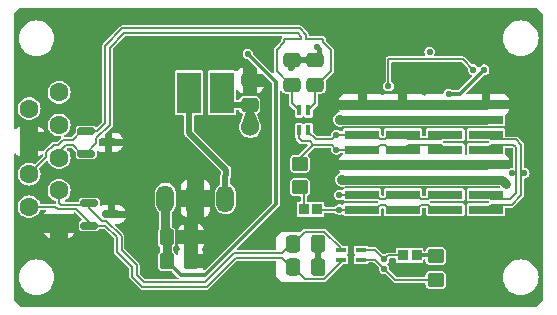
<source format=gbl>
G04 #@! TF.GenerationSoftware,KiCad,Pcbnew,8.0.9-8.0.9-0~ubuntu20.04.1*
G04 #@! TF.CreationDate,2025-08-07T15:34:15-05:00*
G04 #@! TF.ProjectId,PLATO_JUNCTION_BOARD,504c4154-4f5f-44a5-954e-4354494f4e5f,rev?*
G04 #@! TF.SameCoordinates,Original*
G04 #@! TF.FileFunction,Copper,L2,Bot*
G04 #@! TF.FilePolarity,Positive*
%FSLAX46Y46*%
G04 Gerber Fmt 4.6, Leading zero omitted, Abs format (unit mm)*
G04 Created by KiCad (PCBNEW 8.0.9-8.0.9-0~ubuntu20.04.1) date 2025-08-07 15:34:15*
%MOMM*%
%LPD*%
G01*
G04 APERTURE LIST*
G04 Aperture macros list*
%AMRoundRect*
0 Rectangle with rounded corners*
0 $1 Rounding radius*
0 $2 $3 $4 $5 $6 $7 $8 $9 X,Y pos of 4 corners*
0 Add a 4 corners polygon primitive as box body*
4,1,4,$2,$3,$4,$5,$6,$7,$8,$9,$2,$3,0*
0 Add four circle primitives for the rounded corners*
1,1,$1+$1,$2,$3*
1,1,$1+$1,$4,$5*
1,1,$1+$1,$6,$7*
1,1,$1+$1,$8,$9*
0 Add four rect primitives between the rounded corners*
20,1,$1+$1,$2,$3,$4,$5,0*
20,1,$1+$1,$4,$5,$6,$7,0*
20,1,$1+$1,$6,$7,$8,$9,0*
20,1,$1+$1,$8,$9,$2,$3,0*%
G04 Aperture macros list end*
G04 #@! TA.AperFunction,ComponentPad*
%ADD10RoundRect,0.250000X-0.550000X0.550000X-0.550000X-0.550000X0.550000X-0.550000X0.550000X0.550000X0*%
G04 #@! TD*
G04 #@! TA.AperFunction,ComponentPad*
%ADD11C,1.600000*%
G04 #@! TD*
G04 #@! TA.AperFunction,SMDPad,CuDef*
%ADD12R,2.920000X0.740000*%
G04 #@! TD*
G04 #@! TA.AperFunction,SMDPad,CuDef*
%ADD13RoundRect,0.250000X0.475000X-0.337500X0.475000X0.337500X-0.475000X0.337500X-0.475000X-0.337500X0*%
G04 #@! TD*
G04 #@! TA.AperFunction,SMDPad,CuDef*
%ADD14RoundRect,0.250000X-0.337500X-0.475000X0.337500X-0.475000X0.337500X0.475000X-0.337500X0.475000X0*%
G04 #@! TD*
G04 #@! TA.AperFunction,SMDPad,CuDef*
%ADD15RoundRect,0.250000X0.450000X-0.350000X0.450000X0.350000X-0.450000X0.350000X-0.450000X-0.350000X0*%
G04 #@! TD*
G04 #@! TA.AperFunction,SMDPad,CuDef*
%ADD16RoundRect,0.250000X-0.475000X0.337500X-0.475000X-0.337500X0.475000X-0.337500X0.475000X0.337500X0*%
G04 #@! TD*
G04 #@! TA.AperFunction,SMDPad,CuDef*
%ADD17R,0.850000X0.949992*%
G04 #@! TD*
G04 #@! TA.AperFunction,SMDPad,CuDef*
%ADD18R,0.850000X0.949986*%
G04 #@! TD*
G04 #@! TA.AperFunction,SMDPad,CuDef*
%ADD19RoundRect,0.150000X-0.587500X-0.150000X0.587500X-0.150000X0.587500X0.150000X-0.587500X0.150000X0*%
G04 #@! TD*
G04 #@! TA.AperFunction,SMDPad,CuDef*
%ADD20RoundRect,0.250000X-0.450000X0.350000X-0.450000X-0.350000X0.450000X-0.350000X0.450000X0.350000X0*%
G04 #@! TD*
G04 #@! TA.AperFunction,ComponentPad*
%ADD21O,1.500000X2.300000*%
G04 #@! TD*
G04 #@! TA.AperFunction,ComponentPad*
%ADD22RoundRect,0.250000X0.500000X0.900000X-0.500000X0.900000X-0.500000X-0.900000X0.500000X-0.900000X0*%
G04 #@! TD*
G04 #@! TA.AperFunction,SMDPad,CuDef*
%ADD23RoundRect,0.250000X-0.350000X-0.450000X0.350000X-0.450000X0.350000X0.450000X-0.350000X0.450000X0*%
G04 #@! TD*
G04 #@! TA.AperFunction,SMDPad,CuDef*
%ADD24R,2.050000X3.500000*%
G04 #@! TD*
G04 #@! TA.AperFunction,SMDPad,CuDef*
%ADD25R,0.900000X0.400000*%
G04 #@! TD*
G04 #@! TA.AperFunction,SMDPad,CuDef*
%ADD26R,0.400000X0.900000*%
G04 #@! TD*
G04 #@! TA.AperFunction,SMDPad,CuDef*
%ADD27RoundRect,0.250000X0.337500X0.475000X-0.337500X0.475000X-0.337500X-0.475000X0.337500X-0.475000X0*%
G04 #@! TD*
G04 #@! TA.AperFunction,ViaPad*
%ADD28C,0.635000*%
G04 #@! TD*
G04 #@! TA.AperFunction,ViaPad*
%ADD29C,0.558800*%
G04 #@! TD*
G04 #@! TA.AperFunction,ViaPad*
%ADD30C,0.762000*%
G04 #@! TD*
G04 #@! TA.AperFunction,ViaPad*
%ADD31C,1.524000*%
G04 #@! TD*
G04 #@! TA.AperFunction,ViaPad*
%ADD32C,0.889000*%
G04 #@! TD*
G04 #@! TA.AperFunction,Conductor*
%ADD33C,0.304800*%
G04 #@! TD*
G04 #@! TA.AperFunction,Conductor*
%ADD34C,0.152400*%
G04 #@! TD*
G04 #@! TA.AperFunction,Conductor*
%ADD35C,0.762000*%
G04 #@! TD*
G04 #@! TA.AperFunction,Conductor*
%ADD36C,0.381000*%
G04 #@! TD*
G04 #@! TA.AperFunction,Conductor*
%ADD37C,0.508000*%
G04 #@! TD*
G04 #@! TA.AperFunction,Conductor*
%ADD38C,0.254000*%
G04 #@! TD*
G04 #@! TA.AperFunction,Conductor*
%ADD39C,0.203200*%
G04 #@! TD*
G04 #@! TA.AperFunction,Conductor*
%ADD40C,0.200000*%
G04 #@! TD*
G04 APERTURE END LIST*
D10*
X104110331Y-117040001D03*
D11*
X104110331Y-114270001D03*
X104110331Y-111500000D03*
X104110331Y-108730001D03*
X104110331Y-105960001D03*
X101570331Y-115655001D03*
X101570331Y-112885001D03*
D10*
X101570331Y-110115001D03*
D11*
X101570331Y-107345001D03*
D12*
X129785000Y-115890001D03*
X133215000Y-115890001D03*
X129785000Y-114620001D03*
X133215000Y-114620001D03*
X129785000Y-113350001D03*
X133215000Y-113350001D03*
X129785000Y-112080001D03*
X133215000Y-112080001D03*
X129785000Y-110810001D03*
X133215000Y-110810001D03*
X129785000Y-109540001D03*
X133215000Y-109540001D03*
X129785000Y-108270001D03*
X133215000Y-108270001D03*
X129785000Y-107000001D03*
X133215000Y-107000001D03*
D13*
X125820000Y-105320000D03*
X125820000Y-103245000D03*
D14*
X113212500Y-118250000D03*
X115287500Y-118250000D03*
D15*
X124500000Y-114000000D03*
X124500000Y-112000000D03*
D16*
X123819999Y-103245000D03*
X123819999Y-105320000D03*
D17*
X125975000Y-115874996D03*
D18*
X124825000Y-115874993D03*
D19*
X106662500Y-117250000D03*
X106662500Y-115350000D03*
X108537501Y-116300000D03*
D17*
X133225000Y-119775004D03*
D18*
X134375000Y-119775007D03*
D19*
X106412500Y-111150000D03*
X106412500Y-109250000D03*
X108287501Y-110200000D03*
D20*
X136000000Y-119850000D03*
X136000000Y-121850000D03*
D21*
X118197000Y-114957500D03*
D22*
X115657000Y-114957500D03*
D21*
X113117001Y-114957500D03*
D23*
X113250000Y-120250000D03*
X115250000Y-120250000D03*
D24*
X117875000Y-106000000D03*
X115125000Y-106000000D03*
D25*
X127987500Y-119320001D03*
X129687500Y-119320001D03*
X129687500Y-120120001D03*
X127987500Y-120120001D03*
D12*
X136820000Y-115890002D03*
X140250000Y-115890002D03*
X136820000Y-114620001D03*
X140250000Y-114620001D03*
X136819999Y-113350001D03*
X140250001Y-113350001D03*
X136820000Y-112080001D03*
X140250000Y-112080001D03*
X136820000Y-110810001D03*
X140250000Y-110810001D03*
X136819999Y-109540001D03*
X140250001Y-109540001D03*
X136820000Y-108270001D03*
X140250000Y-108270001D03*
X136820000Y-107000000D03*
X140250000Y-107000000D03*
D13*
X120250000Y-107037500D03*
X120250000Y-104962500D03*
D14*
X123925000Y-118779999D03*
X126000000Y-118779999D03*
D26*
X125219999Y-107482500D03*
X125219999Y-109182500D03*
X124419999Y-109182500D03*
X124419999Y-107482500D03*
D27*
X126000000Y-120750000D03*
X123925000Y-120750000D03*
D28*
X141301730Y-121600013D03*
D29*
X127600000Y-117300000D03*
D28*
X103600074Y-100113051D03*
X102927079Y-119844646D03*
X102200000Y-119700000D03*
X142417613Y-103110662D03*
D29*
X123760000Y-103900000D03*
D28*
X143201741Y-119700104D03*
X143144692Y-103255309D03*
D30*
X112700000Y-104300000D03*
D28*
X104011876Y-102183621D03*
D31*
X117250000Y-117750000D03*
D28*
X103955262Y-122327091D03*
D29*
X135000000Y-112080001D03*
D28*
X104011916Y-100729453D03*
X104156522Y-101456542D03*
X141858252Y-120256554D03*
X103955302Y-120872925D03*
D29*
X127520000Y-101610000D03*
D28*
X141389429Y-100628217D03*
X141801305Y-100011837D03*
X103543386Y-122943471D03*
D29*
X125989402Y-102150000D03*
X135650000Y-103750000D03*
D28*
X142474654Y-119844711D03*
X141244784Y-101355296D03*
X104099908Y-121600012D03*
X141389389Y-102082384D03*
X102983598Y-103211843D03*
X103600000Y-102800000D03*
X141446336Y-122327100D03*
X102256511Y-103356449D03*
D29*
X126000000Y-119700000D03*
D32*
X126000000Y-111700000D03*
D28*
X141858178Y-122943504D03*
D32*
X127850000Y-107016096D03*
D28*
X103543459Y-120256522D03*
X141801232Y-102698786D03*
X141446375Y-120872934D03*
D29*
X137100000Y-106100000D03*
X140100000Y-104051420D03*
X120100000Y-102700000D03*
X135500000Y-102550000D03*
D31*
X120300000Y-108900000D03*
D30*
X141978968Y-113700000D03*
D32*
X127900000Y-108270001D03*
X128100000Y-113350001D03*
D29*
X132000000Y-105450000D03*
X143500000Y-112800000D03*
X139200000Y-104050000D03*
X131633359Y-120905000D03*
X131633359Y-120095000D03*
X142500000Y-112800000D03*
X127600000Y-110810001D03*
X127850000Y-114650000D03*
X127850000Y-115900000D03*
X127567500Y-109567500D03*
D33*
X137100000Y-106100000D02*
X138051420Y-106100000D01*
X138051420Y-106100000D02*
X140100000Y-104051420D01*
D34*
X143225000Y-112800000D02*
X143500000Y-112800000D01*
X142775000Y-112800000D02*
X142500000Y-112800000D01*
D35*
X141978968Y-113700000D02*
X141628969Y-113350001D01*
X141628969Y-113350001D02*
X140250001Y-113350001D01*
D36*
X126120000Y-102280598D02*
X126120000Y-102945000D01*
X125989402Y-102150000D02*
X126120000Y-102280598D01*
D34*
X125025000Y-101090460D02*
X125025000Y-101461800D01*
X125025000Y-101461800D02*
X125016800Y-101470000D01*
X124622600Y-101257140D02*
X124622600Y-101461800D01*
X124622600Y-101461800D02*
X124614400Y-101470000D01*
X123165600Y-101470000D02*
X123165600Y-101716800D01*
X123165600Y-101716800D02*
X123173800Y-101725000D01*
X125016800Y-101470000D02*
X126465600Y-101470000D01*
X126465600Y-101470000D02*
X126465600Y-101716800D01*
X126465600Y-101716800D02*
X127123800Y-102375000D01*
X127123800Y-102375000D02*
X127123800Y-104175000D01*
X127123800Y-104175000D02*
X125986300Y-105312500D01*
D35*
X140250000Y-107000000D02*
X136820000Y-107000000D01*
X126400000Y-112100000D02*
X127900000Y-112100000D01*
X140250000Y-112080001D02*
X136820000Y-112080001D01*
X127900000Y-112100000D02*
X127919999Y-112080001D01*
X133215001Y-107000000D02*
X133215000Y-107000001D01*
X133215000Y-107000001D02*
X129785000Y-107000001D01*
X127919999Y-112080001D02*
X129785000Y-112080001D01*
D34*
X126120000Y-102945000D02*
X125820000Y-103245000D01*
D35*
X126000000Y-111700000D02*
X126400000Y-112100000D01*
X129785000Y-107000001D02*
X127866095Y-107000001D01*
D37*
X126000000Y-119700000D02*
X126000000Y-118779999D01*
D35*
X136820000Y-107000000D02*
X133215001Y-107000000D01*
X133215000Y-112080001D02*
X129785000Y-112080001D01*
X127866095Y-107000001D02*
X127850000Y-107016096D01*
X135000000Y-112080001D02*
X133215000Y-112080001D01*
D36*
X123819999Y-103245000D02*
X123819999Y-103840001D01*
X123819999Y-103840001D02*
X123760000Y-103900000D01*
D35*
X136820000Y-112080001D02*
X135000000Y-112080001D01*
D37*
X125820000Y-103245000D02*
X123819999Y-103245000D01*
X126000000Y-120750000D02*
X126000000Y-119700000D01*
X115125000Y-109375000D02*
X118250000Y-112500000D01*
X118250000Y-112500000D02*
X118250000Y-113000000D01*
X115125000Y-106000000D02*
X115125000Y-109375000D01*
X118197000Y-113053000D02*
X118197000Y-114957500D01*
X118250000Y-113000000D02*
X118197000Y-113053000D01*
D35*
X113212500Y-120212500D02*
X113250000Y-120250000D01*
D38*
X120100000Y-102700000D02*
X120150000Y-102750000D01*
D33*
X118700000Y-119200000D02*
X122499000Y-115401000D01*
X140100000Y-104050000D02*
X140100000Y-104051420D01*
X122499000Y-105099000D02*
X120100000Y-102700000D01*
D35*
X113117001Y-114957500D02*
X113117001Y-118154501D01*
D33*
X113250000Y-120250000D02*
X114400000Y-121400000D01*
D35*
X113117001Y-118154501D02*
X113212500Y-118250000D01*
D33*
X122499000Y-115401000D02*
X122499000Y-105099000D01*
D35*
X113212500Y-118250000D02*
X113212500Y-120212500D01*
D33*
X114400000Y-121400000D02*
X116500000Y-121400000D01*
X116500000Y-121400000D02*
X118700000Y-119200000D01*
D35*
X140250000Y-108270001D02*
X136820000Y-108270001D01*
X136819999Y-113350001D02*
X133215000Y-113350001D01*
D37*
X117875000Y-106000000D02*
X117875000Y-106125000D01*
X120300000Y-108900000D02*
X120300000Y-107087500D01*
X120300000Y-107087500D02*
X120250000Y-107037500D01*
D35*
X129785000Y-113350001D02*
X133215000Y-113350001D01*
X140250001Y-113350001D02*
X136819999Y-113350001D01*
D37*
X118787500Y-107037500D02*
X120250000Y-107037500D01*
X117875000Y-106125000D02*
X118787500Y-107037500D01*
D35*
X136820000Y-108270001D02*
X133215000Y-108270001D01*
X128100000Y-113350001D02*
X129785000Y-113350001D01*
X127900000Y-108270001D02*
X133215000Y-108270001D01*
D34*
X143225000Y-112800000D02*
X143225000Y-114693200D01*
X132578359Y-121850000D02*
X131633359Y-120905000D01*
X130848360Y-120120001D02*
X131633359Y-120905000D01*
X142161137Y-109950003D02*
X142768203Y-109950003D01*
X140250001Y-109540001D02*
X140660000Y-109950000D01*
X142768203Y-109950003D02*
X143225000Y-110406800D01*
X139200000Y-104050000D02*
X138300000Y-103150000D01*
X140660000Y-115480002D02*
X140250000Y-115890002D01*
X136000000Y-121850000D02*
X132578359Y-121850000D01*
X140660000Y-109950000D02*
X142161134Y-109950000D01*
X132000000Y-103150000D02*
X132000000Y-105450000D01*
X129687500Y-120120001D02*
X130848360Y-120120001D01*
X143225000Y-114693200D02*
X142438198Y-115480002D01*
X142438198Y-115480002D02*
X140660000Y-115480002D01*
X138300000Y-103150000D02*
X132000000Y-103150000D01*
X142161134Y-109950000D02*
X142161137Y-109950003D01*
X143225000Y-110406800D02*
X143225000Y-112800000D01*
X130858360Y-119320001D02*
X131633359Y-120095000D01*
X142775000Y-114506800D02*
X142251798Y-115030002D01*
X140250000Y-110810001D02*
X140660000Y-110400001D01*
X142775000Y-110593200D02*
X142775000Y-112800000D01*
X140660001Y-115030002D02*
X140250000Y-114620001D01*
X142161137Y-110400003D02*
X142581803Y-110400003D01*
X129687500Y-119320001D02*
X130858360Y-119320001D01*
X131633359Y-120095000D02*
X131953355Y-119775004D01*
X142161135Y-110400001D02*
X142161137Y-110400003D01*
X140660000Y-110400001D02*
X142161135Y-110400001D01*
X142251798Y-115030002D02*
X140660001Y-115030002D01*
X142775000Y-112800000D02*
X142775000Y-114506800D01*
X131953355Y-119775004D02*
X133225000Y-119775004D01*
X142581803Y-110400003D02*
X142775000Y-110593200D01*
D39*
X135319999Y-115030002D02*
X135730000Y-114620001D01*
X136410000Y-110400001D02*
X136820000Y-110810001D01*
X133215000Y-114620001D02*
X134305000Y-114620001D01*
X132125000Y-114620001D02*
X133215000Y-114620001D01*
X135730000Y-114620001D02*
X136820000Y-114620001D01*
X125637500Y-110400001D02*
X127184999Y-110400001D01*
X124500000Y-111537501D02*
X125637500Y-110400001D01*
X132125000Y-110810001D02*
X133215000Y-110810001D01*
X131715000Y-110400001D02*
X132125000Y-110810001D01*
X127879999Y-114620001D02*
X129785000Y-114620001D01*
X131285000Y-110400001D02*
X131715000Y-110400001D01*
X124400000Y-109850000D02*
X124650000Y-110100000D01*
X124500000Y-112000000D02*
X124500000Y-111537501D01*
X124650000Y-110100000D02*
X125337499Y-110100000D01*
X124419999Y-109182500D02*
X124400000Y-109202499D01*
X130875000Y-110810001D02*
X131285000Y-110400001D01*
X133215000Y-110810001D02*
X133625000Y-110400001D01*
X129785000Y-114620001D02*
X130875000Y-114620001D01*
X131285000Y-115030001D02*
X131715000Y-115030001D01*
X131715000Y-115030001D02*
X132125000Y-114620001D01*
X134305000Y-114620001D02*
X134715001Y-115030002D01*
X125337499Y-110100000D02*
X125637500Y-110400001D01*
X127594999Y-110810001D02*
X127600000Y-110810001D01*
X127184999Y-110400001D02*
X127594999Y-110810001D01*
X124400000Y-109202499D02*
X124400000Y-109850000D01*
X129785000Y-110810001D02*
X130875000Y-110810001D01*
X127600000Y-110810001D02*
X129785000Y-110810001D01*
X133625000Y-110400001D02*
X136410000Y-110400001D01*
X127850000Y-114650000D02*
X127879999Y-114620001D01*
X130875000Y-114620001D02*
X131285000Y-115030001D01*
X134715001Y-115030002D02*
X135319999Y-115030002D01*
X125823897Y-109950001D02*
X127184999Y-109950001D01*
X130875000Y-115890001D02*
X131285000Y-115480001D01*
X127184999Y-109950001D02*
X127567500Y-109567500D01*
X129785000Y-115890001D02*
X130875000Y-115890001D01*
X131285000Y-109950001D02*
X131715000Y-109950001D01*
X131715000Y-109950001D02*
X132125000Y-109540001D01*
X128695000Y-115890001D02*
X128685001Y-115900000D01*
X135730000Y-115890002D02*
X136820000Y-115890002D01*
X131715000Y-115480001D02*
X132125000Y-115890001D01*
X132125000Y-115890001D02*
X133215000Y-115890001D01*
X127850000Y-115900000D02*
X127900000Y-115900000D01*
X132125000Y-109540001D02*
X133215000Y-109540001D01*
D40*
X126000004Y-115900000D02*
X125975000Y-115874996D01*
D39*
X129785000Y-109540001D02*
X130875000Y-109540001D01*
X134715000Y-115480001D02*
X135319999Y-115480001D01*
X127909999Y-115890001D02*
X129785000Y-115890001D01*
X136410000Y-109950000D02*
X136819999Y-109540001D01*
X125219999Y-109182500D02*
X125219999Y-109346103D01*
X133215000Y-115890001D02*
X134305000Y-115890001D01*
X131285000Y-115480001D02*
X131715000Y-115480001D01*
X127567500Y-109567500D02*
X127594999Y-109540001D01*
X133215000Y-109540001D02*
X133624999Y-109950000D01*
X129785000Y-115890001D02*
X128695000Y-115890001D01*
D40*
X127850000Y-115900000D02*
X126000004Y-115900000D01*
D39*
X134305000Y-115890001D02*
X134715000Y-115480001D01*
X135319999Y-115480001D02*
X135730000Y-115890002D01*
X127594999Y-109540001D02*
X129785000Y-109540001D01*
X133624999Y-109950000D02*
X136410000Y-109950000D01*
X127900000Y-115900000D02*
X127909999Y-115890001D01*
X125219999Y-109346103D02*
X125823897Y-109950001D01*
X130875000Y-109540001D02*
X131285000Y-109950001D01*
X124825000Y-114325000D02*
X124500000Y-114000000D01*
X124825000Y-115874993D02*
X124825000Y-114325000D01*
D34*
X135925007Y-119775007D02*
X136000000Y-119850000D01*
D33*
X134375000Y-119775007D02*
X135925007Y-119775007D01*
D34*
X105250000Y-110425000D02*
X105975000Y-111150000D01*
X124316660Y-100951200D02*
X124622600Y-101257140D01*
X106412500Y-111150000D02*
X107273801Y-110288699D01*
X124614400Y-101470000D02*
X123165600Y-101470000D01*
X104110331Y-110981398D02*
X104666729Y-110425000D01*
X124419999Y-107482500D02*
X123819999Y-106882500D01*
X108401200Y-108741907D02*
X108401200Y-102183340D01*
X107273801Y-109869306D02*
X108401200Y-108741907D01*
X104110331Y-111500000D02*
X104110331Y-110981398D01*
X109633340Y-100951200D02*
X124316660Y-100951200D01*
X123173800Y-101725000D02*
X122523800Y-102375000D01*
X107273801Y-110288699D02*
X107273801Y-109869306D01*
X122523800Y-102375000D02*
X122523800Y-104175000D01*
X122523800Y-104175000D02*
X123661300Y-105312500D01*
X105975000Y-111150000D02*
X106412500Y-111150000D01*
X123819999Y-106882500D02*
X123819999Y-105320000D01*
X108401200Y-102183340D02*
X109633340Y-100951200D01*
X104666729Y-110425000D02*
X105250000Y-110425000D01*
X104055332Y-110400000D02*
X104480332Y-109975000D01*
X103654696Y-110400000D02*
X104055332Y-110400000D01*
X107998800Y-108575255D02*
X107998800Y-102016660D01*
X124483340Y-100548800D02*
X125025000Y-101090460D01*
X105975000Y-109250000D02*
X106412500Y-109250000D01*
X105250000Y-109975000D02*
X105975000Y-109250000D01*
X106412500Y-109250000D02*
X107324055Y-109250000D01*
X101570331Y-112885001D02*
X103010331Y-111445001D01*
X109466660Y-100548800D02*
X124483340Y-100548800D01*
X103010331Y-111044365D02*
X103654696Y-110400000D01*
X107324055Y-109250000D02*
X107998800Y-108575255D01*
X103010331Y-111445001D02*
X103010331Y-111044365D01*
X125200000Y-107500000D02*
X125800000Y-106900000D01*
X125800000Y-106900000D02*
X125800000Y-105337500D01*
X104480332Y-109975000D02*
X105250000Y-109975000D01*
X107998800Y-102016660D02*
X109466660Y-100548800D01*
X122863990Y-119562253D02*
X122865537Y-119563800D01*
X123787500Y-118779999D02*
X123925000Y-118779999D01*
X104263550Y-115490021D02*
X106084979Y-115490021D01*
X110701200Y-121416660D02*
X111333340Y-122048800D01*
X104110331Y-115336802D02*
X104263550Y-115490021D01*
X106084979Y-115490021D02*
X106225000Y-115350000D01*
X123003699Y-119563800D02*
X123787500Y-118779999D01*
X106662500Y-115769393D02*
X107769307Y-116876200D01*
X108126200Y-116876200D02*
X109401200Y-118151200D01*
X118944532Y-119562253D02*
X122863990Y-119562253D01*
X122865537Y-119563800D02*
X123003699Y-119563800D01*
X109401200Y-119316660D02*
X110701200Y-120616660D01*
X106225000Y-115350000D02*
X106662500Y-115350000D01*
X104110331Y-114270001D02*
X104110331Y-115336802D01*
X111333340Y-122048800D02*
X116457985Y-122048800D01*
X106662500Y-115350000D02*
X106662500Y-115769393D01*
X116457985Y-122048800D02*
X118944532Y-119562253D01*
X109401200Y-118151200D02*
X109401200Y-119316660D01*
X126578799Y-117778799D02*
X127987500Y-119187500D01*
X107769307Y-116876200D02*
X108126200Y-116876200D01*
X110701200Y-120616660D02*
X110701200Y-121416660D01*
X124926200Y-117778799D02*
X126578799Y-117778799D01*
X123925000Y-118779999D02*
X124926200Y-117778799D01*
X127987500Y-119187500D02*
X127987500Y-119320001D01*
X107602635Y-117278580D02*
X108022000Y-117278580D01*
X119111212Y-119964653D02*
X122710000Y-119964653D01*
X106662500Y-117250000D02*
X107574055Y-117250000D01*
X108998800Y-119483340D02*
X110298800Y-120783340D01*
X124926200Y-121751200D02*
X126562386Y-121751200D01*
X110298800Y-120783340D02*
X110298800Y-121583340D01*
X122710000Y-119964653D02*
X122711546Y-119966199D01*
X101570331Y-115655001D02*
X103792132Y-115655001D01*
X106662500Y-116962500D02*
X106662500Y-117250000D01*
X108022000Y-117278580D02*
X108998800Y-118255380D01*
X103792132Y-115655001D02*
X103987131Y-115850000D01*
X105550000Y-115850000D02*
X106662500Y-116962500D01*
X122711546Y-119966199D02*
X123003699Y-119966199D01*
X126562386Y-121751200D02*
X127987500Y-120326086D01*
X103987131Y-115850000D02*
X105550000Y-115850000D01*
X123787500Y-120750000D02*
X123925000Y-120750000D01*
X107574055Y-117250000D02*
X107602635Y-117278580D01*
X127987500Y-120326086D02*
X127987500Y-120120001D01*
X111166660Y-122451200D02*
X116624665Y-122451200D01*
X108998800Y-118255380D02*
X108998800Y-119483340D01*
X110298800Y-121583340D02*
X111166660Y-122451200D01*
X123003699Y-119966199D02*
X123787500Y-120750000D01*
X123925000Y-120750000D02*
X124926200Y-121751200D01*
X116624665Y-122451200D02*
X119111212Y-119964653D01*
G04 #@! TA.AperFunction,Conductor*
G36*
X126558369Y-120769079D02*
G01*
X126586261Y-120817389D01*
X126587500Y-120831550D01*
X126587500Y-121350349D01*
X126568421Y-121402768D01*
X126563615Y-121408014D01*
X126486114Y-121485515D01*
X126435557Y-121509090D01*
X126428449Y-121509400D01*
X125687480Y-121509400D01*
X125635061Y-121490321D01*
X125607169Y-121442011D01*
X125616856Y-121387075D01*
X125629815Y-121370185D01*
X126226115Y-120773885D01*
X126276672Y-120750310D01*
X126283780Y-120750000D01*
X126505950Y-120750000D01*
X126558369Y-120769079D01*
G37*
G04 #@! TD.AperFunction*
G04 #@! TA.AperFunction,Conductor*
G36*
X126497281Y-118039678D02*
G01*
X126502527Y-118044484D01*
X126563615Y-118105572D01*
X126587190Y-118156129D01*
X126587500Y-118163237D01*
X126587500Y-118668450D01*
X126568421Y-118720869D01*
X126520111Y-118748761D01*
X126505950Y-118750000D01*
X125783780Y-118750000D01*
X125731361Y-118730921D01*
X125726115Y-118726115D01*
X125523885Y-118523885D01*
X125500310Y-118473328D01*
X125500000Y-118466220D01*
X125500000Y-118102149D01*
X125519079Y-118049730D01*
X125567389Y-118021838D01*
X125581550Y-118020599D01*
X126444862Y-118020599D01*
X126497281Y-118039678D01*
G37*
G04 #@! TD.AperFunction*
G04 #@! TA.AperFunction,Conductor*
G36*
X144568639Y-98824079D02*
G01*
X144573885Y-98828885D01*
X145026115Y-99281115D01*
X145049690Y-99331672D01*
X145050000Y-99338780D01*
X145050000Y-123571220D01*
X145030921Y-123623639D01*
X145026115Y-123628885D01*
X144573885Y-124081115D01*
X144523328Y-124104690D01*
X144516220Y-124105000D01*
X100843780Y-124105000D01*
X100791361Y-124085921D01*
X100786115Y-124081115D01*
X100333885Y-123628885D01*
X100310310Y-123578328D01*
X100310000Y-123571220D01*
X100310000Y-121625000D01*
X100690848Y-121625000D01*
X100709428Y-121861087D01*
X100764711Y-122091358D01*
X100764712Y-122091359D01*
X100855333Y-122310135D01*
X100855337Y-122310143D01*
X100979068Y-122512054D01*
X100979073Y-122512061D01*
X101102169Y-122656189D01*
X101132868Y-122692132D01*
X101312943Y-122845930D01*
X101514859Y-122969664D01*
X101514864Y-122969666D01*
X101733640Y-123060287D01*
X101733641Y-123060288D01*
X101963913Y-123115571D01*
X101963917Y-123115572D01*
X102200000Y-123134152D01*
X102436083Y-123115572D01*
X102666354Y-123060289D01*
X102666354Y-123060288D01*
X102666358Y-123060288D01*
X102666359Y-123060287D01*
X102694308Y-123048709D01*
X102885141Y-122969664D01*
X103087057Y-122845930D01*
X103267132Y-122692132D01*
X103420930Y-122512057D01*
X103544664Y-122310141D01*
X103635287Y-122091359D01*
X103635288Y-122091358D01*
X103690571Y-121861087D01*
X103690570Y-121861087D01*
X103690572Y-121861083D01*
X103709152Y-121625000D01*
X103690572Y-121388917D01*
X103685810Y-121369079D01*
X103635288Y-121158641D01*
X103635287Y-121158640D01*
X103544666Y-120939864D01*
X103544662Y-120939856D01*
X103491250Y-120852695D01*
X103420930Y-120737943D01*
X103420926Y-120737938D01*
X103267140Y-120557877D01*
X103267137Y-120557874D01*
X103267132Y-120557868D01*
X103267125Y-120557862D01*
X103267122Y-120557859D01*
X103087061Y-120404073D01*
X103087054Y-120404068D01*
X102885143Y-120280337D01*
X102885135Y-120280333D01*
X102666359Y-120189712D01*
X102666358Y-120189711D01*
X102436086Y-120134428D01*
X102436088Y-120134428D01*
X102200000Y-120115848D01*
X101963912Y-120134428D01*
X101733641Y-120189711D01*
X101733640Y-120189712D01*
X101514864Y-120280333D01*
X101514856Y-120280337D01*
X101312945Y-120404068D01*
X101312938Y-120404073D01*
X101132877Y-120557859D01*
X101132859Y-120557877D01*
X100979073Y-120737938D01*
X100979068Y-120737945D01*
X100855337Y-120939856D01*
X100855333Y-120939864D01*
X100764712Y-121158640D01*
X100764711Y-121158641D01*
X100709428Y-121388912D01*
X100690848Y-121625000D01*
X100310000Y-121625000D01*
X100310000Y-117840001D01*
X102853068Y-117840001D01*
X102875972Y-117909121D01*
X102968014Y-118058344D01*
X103091987Y-118182317D01*
X103241210Y-118274359D01*
X103310331Y-118297263D01*
X103310331Y-117840002D01*
X104910331Y-117840002D01*
X104910331Y-118297262D01*
X104979451Y-118274359D01*
X105128674Y-118182317D01*
X105252647Y-118058344D01*
X105344689Y-117909121D01*
X105367594Y-117840001D01*
X104910332Y-117840001D01*
X104910331Y-117840002D01*
X103310331Y-117840002D01*
X103310330Y-117840001D01*
X102853068Y-117840001D01*
X100310000Y-117840001D01*
X100310000Y-116974175D01*
X103610331Y-116974175D01*
X103610331Y-117105827D01*
X103644406Y-117232994D01*
X103710232Y-117347008D01*
X103803324Y-117440100D01*
X103917338Y-117505926D01*
X104044505Y-117540001D01*
X104176157Y-117540001D01*
X104303324Y-117505926D01*
X104417338Y-117440100D01*
X104510430Y-117347008D01*
X104576256Y-117232994D01*
X104610331Y-117105827D01*
X104610331Y-116974175D01*
X104576256Y-116847008D01*
X104510430Y-116732994D01*
X104417338Y-116639902D01*
X104303324Y-116574076D01*
X104176157Y-116540001D01*
X104044505Y-116540001D01*
X103917338Y-116574076D01*
X103803324Y-116639902D01*
X103710232Y-116732994D01*
X103644406Y-116847008D01*
X103610331Y-116974175D01*
X100310000Y-116974175D01*
X100310000Y-112884997D01*
X100600059Y-112884997D01*
X100600059Y-112885004D01*
X100618701Y-113074280D01*
X100618702Y-113074286D01*
X100618703Y-113074292D01*
X100657254Y-113201379D01*
X100671946Y-113249813D01*
X100673917Y-113256308D01*
X100736603Y-113373587D01*
X100763581Y-113424058D01*
X100795746Y-113463251D01*
X100884245Y-113571087D01*
X100953641Y-113628039D01*
X101013407Y-113677088D01*
X101031277Y-113691753D01*
X101199024Y-113781415D01*
X101381040Y-113836629D01*
X101422727Y-113840734D01*
X101570328Y-113855273D01*
X101570331Y-113855273D01*
X101570334Y-113855273D01*
X101698075Y-113842691D01*
X101759622Y-113836629D01*
X101941638Y-113781415D01*
X102109385Y-113691753D01*
X102256417Y-113571087D01*
X102377083Y-113424055D01*
X102466745Y-113256308D01*
X102521959Y-113074292D01*
X102536500Y-112926657D01*
X102540603Y-112885004D01*
X102540603Y-112884997D01*
X102525218Y-112728799D01*
X102521959Y-112695710D01*
X102466745Y-112513694D01*
X102431458Y-112447677D01*
X102423575Y-112392456D01*
X102445713Y-112351574D01*
X103050695Y-111746592D01*
X103101250Y-111723018D01*
X103155133Y-111737456D01*
X103186396Y-111780585D01*
X103213914Y-111871302D01*
X103213916Y-111871305D01*
X103213917Y-111871307D01*
X103303579Y-112039054D01*
X103424245Y-112186086D01*
X103492814Y-112242359D01*
X103547953Y-112287611D01*
X103571277Y-112306752D01*
X103739024Y-112396414D01*
X103921040Y-112451628D01*
X103962727Y-112455733D01*
X104110328Y-112470272D01*
X104110331Y-112470272D01*
X104110334Y-112470272D01*
X104227482Y-112458733D01*
X104299622Y-112451628D01*
X104481638Y-112396414D01*
X104649385Y-112306752D01*
X104796417Y-112186086D01*
X104917083Y-112039054D01*
X105006745Y-111871307D01*
X105061959Y-111689291D01*
X105080603Y-111500000D01*
X105069073Y-111382941D01*
X105061960Y-111310720D01*
X105061959Y-111310709D01*
X105006745Y-111128693D01*
X104917083Y-110960946D01*
X104908244Y-110950176D01*
X104796419Y-110813917D01*
X104796417Y-110813914D01*
X104793338Y-110811387D01*
X104764923Y-110763385D01*
X104774011Y-110708347D01*
X104816350Y-110672027D01*
X104845075Y-110666800D01*
X105116063Y-110666800D01*
X105168482Y-110685879D01*
X105173728Y-110690685D01*
X105485515Y-111002472D01*
X105509090Y-111053029D01*
X105509400Y-111060137D01*
X105509400Y-111336975D01*
X105509402Y-111336996D01*
X105515449Y-111382937D01*
X105515450Y-111382939D01*
X105515451Y-111382943D01*
X105562487Y-111483813D01*
X105641187Y-111562513D01*
X105742057Y-111609549D01*
X105788017Y-111615600D01*
X107036982Y-111615599D01*
X107056648Y-111613010D01*
X107082937Y-111609550D01*
X107082937Y-111609549D01*
X107082943Y-111609549D01*
X107183813Y-111562513D01*
X107262513Y-111483813D01*
X107309549Y-111382943D01*
X107313971Y-111349359D01*
X107315599Y-111336994D01*
X107315599Y-111336990D01*
X107315600Y-111336983D01*
X107315599Y-111020799D01*
X107334678Y-110968381D01*
X107382988Y-110940489D01*
X107434926Y-110949647D01*
X107435100Y-110949247D01*
X107436780Y-110949974D01*
X107437924Y-110950176D01*
X107438661Y-110950607D01*
X107439804Y-110951282D01*
X107597509Y-110997099D01*
X107597513Y-110997100D01*
X107634365Y-110999999D01*
X107634366Y-111000000D01*
X107987500Y-111000000D01*
X107987501Y-110999999D01*
X107987501Y-110500001D01*
X108587501Y-110500001D01*
X108587501Y-110999999D01*
X108587502Y-111000000D01*
X108940636Y-111000000D01*
X108940636Y-110999999D01*
X108977488Y-110997100D01*
X108977492Y-110997099D01*
X109135194Y-110951283D01*
X109276554Y-110867684D01*
X109392685Y-110751553D01*
X109476281Y-110610198D01*
X109476285Y-110610190D01*
X109508298Y-110500000D01*
X108587502Y-110500000D01*
X108587501Y-110500001D01*
X107987501Y-110500001D01*
X107987500Y-110500000D01*
X107570048Y-110500000D01*
X107517629Y-110480921D01*
X107489737Y-110432611D01*
X107494704Y-110387243D01*
X107515601Y-110336796D01*
X107515601Y-110003243D01*
X107534680Y-109950824D01*
X107539486Y-109945578D01*
X107561179Y-109923885D01*
X107611736Y-109900310D01*
X107618844Y-109900000D01*
X107987500Y-109900000D01*
X107987501Y-109899999D01*
X107987501Y-109531342D01*
X108006580Y-109478923D01*
X108011375Y-109473688D01*
X108085062Y-109400001D01*
X108587501Y-109400001D01*
X108587501Y-109899999D01*
X108587502Y-109900000D01*
X109508298Y-109900000D01*
X109476285Y-109789809D01*
X109476281Y-109789801D01*
X109392685Y-109648446D01*
X109276554Y-109532315D01*
X109135194Y-109448716D01*
X108977492Y-109402900D01*
X108977488Y-109402899D01*
X108940637Y-109400000D01*
X108587502Y-109400000D01*
X108587501Y-109400001D01*
X108085062Y-109400001D01*
X108606188Y-108878876D01*
X108643000Y-108790004D01*
X108643000Y-108693810D01*
X108643000Y-104233686D01*
X113934400Y-104233686D01*
X113934400Y-107766306D01*
X113944008Y-107814614D01*
X113944008Y-107814615D01*
X113975974Y-107862455D01*
X113980609Y-107869391D01*
X114002013Y-107883693D01*
X114035385Y-107905991D01*
X114035384Y-107905991D01*
X114035386Y-107905992D01*
X114083691Y-107915600D01*
X114623850Y-107915599D01*
X114676269Y-107934678D01*
X114704161Y-107982988D01*
X114705400Y-107997149D01*
X114705400Y-109314749D01*
X114705399Y-109314767D01*
X114705399Y-109430243D01*
X114721922Y-109491903D01*
X114721922Y-109491905D01*
X114733993Y-109536955D01*
X114733993Y-109536956D01*
X114733994Y-109536959D01*
X114733995Y-109536960D01*
X114789236Y-109632641D01*
X114867359Y-109710764D01*
X114867361Y-109710765D01*
X117806515Y-112649919D01*
X117830090Y-112700476D01*
X117830400Y-112707584D01*
X117830400Y-112826917D01*
X117819475Y-112867691D01*
X117805995Y-112891038D01*
X117803217Y-112901410D01*
X117803216Y-112901412D01*
X117777399Y-112997755D01*
X117777399Y-113114808D01*
X117777400Y-113114821D01*
X117777400Y-113693095D01*
X117758321Y-113745514D01*
X117741157Y-113760901D01*
X117613344Y-113846302D01*
X117485805Y-113973841D01*
X117385604Y-114123803D01*
X117316588Y-114290422D01*
X117316586Y-114290431D01*
X117281400Y-114467316D01*
X117281400Y-115447683D01*
X117292542Y-115503693D01*
X117316586Y-115624571D01*
X117316587Y-115624574D01*
X117316588Y-115624577D01*
X117385604Y-115791196D01*
X117385605Y-115791198D01*
X117385606Y-115791199D01*
X117485807Y-115941161D01*
X117613339Y-116068693D01*
X117763301Y-116168894D01*
X117763302Y-116168894D01*
X117763303Y-116168895D01*
X117868378Y-116212418D01*
X117929929Y-116237914D01*
X118106821Y-116273100D01*
X118106823Y-116273100D01*
X118287177Y-116273100D01*
X118287179Y-116273100D01*
X118464071Y-116237914D01*
X118630699Y-116168894D01*
X118780661Y-116068693D01*
X118908193Y-115941161D01*
X119008394Y-115791199D01*
X119077414Y-115624571D01*
X119112600Y-115447679D01*
X119112600Y-114467321D01*
X119077414Y-114290429D01*
X119043829Y-114209348D01*
X119008395Y-114123803D01*
X119000405Y-114111844D01*
X118908193Y-113973839D01*
X118780661Y-113846307D01*
X118780657Y-113846304D01*
X118780655Y-113846302D01*
X118652843Y-113760901D01*
X118619858Y-113715915D01*
X118616600Y-113693095D01*
X118616600Y-113226081D01*
X118627525Y-113185307D01*
X118641005Y-113161960D01*
X118662847Y-113080445D01*
X118669600Y-113055242D01*
X118669600Y-112944759D01*
X118669600Y-112444759D01*
X118669599Y-112444757D01*
X118669599Y-112444753D01*
X118645217Y-112353761D01*
X118641005Y-112338040D01*
X118585764Y-112242359D01*
X118585762Y-112242357D01*
X118504809Y-112161403D01*
X118504787Y-112161383D01*
X115568485Y-109225081D01*
X115544910Y-109174524D01*
X115544600Y-109167416D01*
X115544600Y-107997149D01*
X115563679Y-107944730D01*
X115611989Y-107916838D01*
X115626150Y-107915599D01*
X116166306Y-107915599D01*
X116166308Y-107915599D01*
X116214614Y-107905992D01*
X116269391Y-107869391D01*
X116305992Y-107814614D01*
X116315600Y-107766309D01*
X116315599Y-104233692D01*
X116315598Y-104233686D01*
X116684400Y-104233686D01*
X116684400Y-107766306D01*
X116694008Y-107814614D01*
X116694008Y-107814615D01*
X116725974Y-107862455D01*
X116730609Y-107869391D01*
X116752013Y-107883693D01*
X116785385Y-107905991D01*
X116785384Y-107905991D01*
X116785386Y-107905992D01*
X116833691Y-107915600D01*
X118916308Y-107915599D01*
X118964614Y-107905992D01*
X119019391Y-107869391D01*
X119055992Y-107814614D01*
X119065600Y-107766309D01*
X119065600Y-107538650D01*
X119084679Y-107486231D01*
X119132989Y-107458339D01*
X119147150Y-107457100D01*
X119300419Y-107457100D01*
X119352838Y-107476179D01*
X119373081Y-107501627D01*
X119374812Y-107505025D01*
X119374813Y-107505028D01*
X119434581Y-107622329D01*
X119527671Y-107715419D01*
X119642718Y-107774038D01*
X119680762Y-107814834D01*
X119683682Y-107870541D01*
X119682298Y-107874670D01*
X119439593Y-108539360D01*
X119439592Y-108539366D01*
X119438237Y-108547516D01*
X119435351Y-108559337D01*
X119387672Y-108706081D01*
X119387671Y-108706087D01*
X119367291Y-108899996D01*
X119367291Y-108900003D01*
X119387671Y-109093915D01*
X119447928Y-109279367D01*
X119447929Y-109279369D01*
X119473952Y-109324442D01*
X119545423Y-109448233D01*
X119672752Y-109589646D01*
X119675897Y-109593139D01*
X119752516Y-109648806D01*
X119833645Y-109707750D01*
X120011777Y-109787059D01*
X120202505Y-109827600D01*
X120202510Y-109827600D01*
X120397490Y-109827600D01*
X120397495Y-109827600D01*
X120588223Y-109787059D01*
X120766355Y-109707750D01*
X120924104Y-109593138D01*
X121054577Y-109448233D01*
X121152072Y-109279367D01*
X121212327Y-109093921D01*
X121213308Y-109084594D01*
X121232709Y-108900003D01*
X121232709Y-108899996D01*
X121212328Y-108706084D01*
X121212327Y-108706081D01*
X121212327Y-108706079D01*
X121164479Y-108558819D01*
X121161452Y-108546113D01*
X121160406Y-108539362D01*
X120902013Y-107831709D01*
X120901956Y-107775927D01*
X120937769Y-107733158D01*
X120941584Y-107731083D01*
X120972329Y-107715419D01*
X121065419Y-107622329D01*
X121125187Y-107505028D01*
X121140600Y-107407712D01*
X121140600Y-106667288D01*
X121125187Y-106569972D01*
X121065419Y-106452671D01*
X120972329Y-106359581D01*
X120855028Y-106299813D01*
X120855026Y-106299812D01*
X120855025Y-106299812D01*
X120794336Y-106290200D01*
X120757712Y-106284400D01*
X119742288Y-106284400D01*
X119711464Y-106289281D01*
X119644974Y-106299812D01*
X119527672Y-106359580D01*
X119527671Y-106359581D01*
X119434581Y-106452671D01*
X119374813Y-106569972D01*
X119374812Y-106569974D01*
X119373081Y-106573373D01*
X119332283Y-106611417D01*
X119300419Y-106617900D01*
X119147150Y-106617900D01*
X119094731Y-106598821D01*
X119066839Y-106550511D01*
X119065600Y-106536350D01*
X119065600Y-106225230D01*
X119065599Y-105848137D01*
X119084678Y-105795720D01*
X119132988Y-105767828D01*
X119187924Y-105777515D01*
X119204814Y-105790474D01*
X119306656Y-105892316D01*
X119455881Y-105984359D01*
X119622300Y-106039504D01*
X119622306Y-106039505D01*
X119662499Y-106043611D01*
X119662500Y-106043611D01*
X119662500Y-105550001D01*
X120837500Y-105550001D01*
X120837500Y-106043611D01*
X120877693Y-106039505D01*
X120877699Y-106039504D01*
X121044118Y-105984359D01*
X121193343Y-105892316D01*
X121317316Y-105768343D01*
X121409358Y-105619120D01*
X121432263Y-105550000D01*
X120837501Y-105550000D01*
X120837500Y-105550001D01*
X119662500Y-105550001D01*
X119662500Y-103881387D01*
X119622303Y-103885494D01*
X119455881Y-103940640D01*
X119306656Y-104032683D01*
X119182680Y-104156659D01*
X119182680Y-104156660D01*
X119179316Y-104162113D01*
X119135556Y-104196709D01*
X119079796Y-104195082D01*
X119042105Y-104164603D01*
X119019393Y-104130612D01*
X119019391Y-104130609D01*
X118964614Y-104094008D01*
X118964615Y-104094008D01*
X118916310Y-104084400D01*
X116833693Y-104084400D01*
X116785385Y-104094008D01*
X116785384Y-104094008D01*
X116730612Y-104130606D01*
X116730606Y-104130612D01*
X116694008Y-104185385D01*
X116684400Y-104233686D01*
X116315598Y-104233686D01*
X116305992Y-104185386D01*
X116301110Y-104178080D01*
X116269393Y-104130612D01*
X116269391Y-104130609D01*
X116214614Y-104094008D01*
X116214615Y-104094008D01*
X116166310Y-104084400D01*
X114083693Y-104084400D01*
X114035385Y-104094008D01*
X114035384Y-104094008D01*
X113980612Y-104130606D01*
X113980606Y-104130612D01*
X113944008Y-104185385D01*
X113934400Y-104233686D01*
X108643000Y-104233686D01*
X108643000Y-102317277D01*
X108662079Y-102264858D01*
X108666885Y-102259612D01*
X109709612Y-101216885D01*
X109760169Y-101193310D01*
X109767277Y-101193000D01*
X122903764Y-101193000D01*
X122956183Y-101212079D01*
X122984075Y-101260389D01*
X122974388Y-101315325D01*
X122961432Y-101332210D01*
X122960612Y-101333031D01*
X122960610Y-101333033D01*
X122923800Y-101421901D01*
X122923800Y-101599263D01*
X122904721Y-101651682D01*
X122899915Y-101656928D01*
X122386831Y-102170012D01*
X122386830Y-102170011D01*
X122318811Y-102238031D01*
X122318811Y-102238032D01*
X122282000Y-102326901D01*
X122282000Y-104231129D01*
X122279866Y-104231129D01*
X122273004Y-104275690D01*
X122231061Y-104312467D01*
X122175291Y-104313680D01*
X122143845Y-104294125D01*
X120568743Y-102719023D01*
X120545688Y-102672963D01*
X120531365Y-102573342D01*
X120531365Y-102573340D01*
X120478207Y-102456941D01*
X120394410Y-102360233D01*
X120394409Y-102360232D01*
X120286764Y-102291052D01*
X120163981Y-102255000D01*
X120036019Y-102255000D01*
X119913235Y-102291052D01*
X119805590Y-102360232D01*
X119721792Y-102456942D01*
X119668634Y-102573342D01*
X119650424Y-102700000D01*
X119668634Y-102826657D01*
X119668634Y-102826658D01*
X119668635Y-102826660D01*
X119721793Y-102943059D01*
X119782425Y-103013033D01*
X119805590Y-103039767D01*
X119913235Y-103108947D01*
X119913236Y-103108947D01*
X119913239Y-103108949D01*
X120036019Y-103145000D01*
X120061500Y-103145000D01*
X120113919Y-103164079D01*
X120119165Y-103168885D01*
X120813615Y-103863335D01*
X120837190Y-103913892D01*
X120837500Y-103921000D01*
X120837500Y-104374999D01*
X120837501Y-104375000D01*
X121291500Y-104375000D01*
X121343919Y-104394079D01*
X121349165Y-104398885D01*
X122157115Y-105206835D01*
X122180690Y-105257392D01*
X122181000Y-105264500D01*
X122181000Y-115235500D01*
X122161921Y-115287919D01*
X122157115Y-115293165D01*
X118504743Y-118945537D01*
X116454913Y-120995366D01*
X116404356Y-121018941D01*
X116350473Y-121004503D01*
X116318477Y-120958808D01*
X116319838Y-120912049D01*
X116339505Y-120852697D01*
X116339506Y-120852695D01*
X116339781Y-120850000D01*
X115331550Y-120850000D01*
X115279131Y-120830921D01*
X115251239Y-120782611D01*
X115250000Y-120768450D01*
X115250000Y-120250001D01*
X115249999Y-120250000D01*
X114731550Y-120250000D01*
X114679131Y-120230921D01*
X114651239Y-120182611D01*
X114650000Y-120168450D01*
X114650000Y-119562551D01*
X115850000Y-119562551D01*
X115850000Y-119649999D01*
X115850001Y-119650000D01*
X116339781Y-119650000D01*
X116339781Y-119649999D01*
X116339506Y-119647306D01*
X116284359Y-119480881D01*
X116192313Y-119331652D01*
X116189370Y-119327929D01*
X116190646Y-119326920D01*
X116169750Y-119282108D01*
X116184188Y-119228225D01*
X116193325Y-119217335D01*
X116217316Y-119193343D01*
X116309359Y-119044118D01*
X116364505Y-118877696D01*
X116368613Y-118837500D01*
X115875001Y-118837500D01*
X115875000Y-118837501D01*
X115875000Y-119503771D01*
X115855921Y-119556190D01*
X115851115Y-119561436D01*
X115850000Y-119562551D01*
X114650000Y-119562551D01*
X114650000Y-119044000D01*
X114669079Y-118991581D01*
X114676864Y-118987085D01*
X114676114Y-118986335D01*
X114700000Y-118962449D01*
X114700000Y-118837501D01*
X114699999Y-118837500D01*
X114206388Y-118837500D01*
X114210494Y-118877693D01*
X114210495Y-118877699D01*
X114265640Y-119044118D01*
X114357523Y-119193083D01*
X114368803Y-119247714D01*
X114345779Y-119293559D01*
X114307685Y-119331653D01*
X114215640Y-119480881D01*
X114160494Y-119647303D01*
X114159659Y-119655480D01*
X114135349Y-119705689D01*
X114084454Y-119728525D01*
X114030788Y-119713303D01*
X114003301Y-119675588D01*
X114003100Y-119675691D01*
X114002456Y-119674427D01*
X114000972Y-119672391D01*
X114000188Y-119669982D01*
X114000187Y-119669972D01*
X113940419Y-119552671D01*
X113847329Y-119459581D01*
X113803625Y-119437312D01*
X113765582Y-119396513D01*
X113759100Y-119364651D01*
X113759100Y-119134745D01*
X113778179Y-119082326D01*
X113792719Y-119068767D01*
X113797319Y-119065423D01*
X113797329Y-119065419D01*
X113890419Y-118972329D01*
X113950187Y-118855028D01*
X113965600Y-118757712D01*
X113965600Y-117742288D01*
X113952963Y-117662500D01*
X114206387Y-117662500D01*
X114699999Y-117662500D01*
X114700000Y-117662499D01*
X115875000Y-117662499D01*
X115875001Y-117662500D01*
X116368611Y-117662500D01*
X116368611Y-117662499D01*
X116364505Y-117622306D01*
X116364504Y-117622300D01*
X116309359Y-117455881D01*
X116217316Y-117306656D01*
X116093343Y-117182683D01*
X115944120Y-117090641D01*
X115875000Y-117067737D01*
X115875000Y-117662499D01*
X114700000Y-117662499D01*
X114700000Y-117067737D01*
X114630879Y-117090641D01*
X114481656Y-117182683D01*
X114357683Y-117306656D01*
X114265640Y-117455881D01*
X114210494Y-117622303D01*
X114206387Y-117662500D01*
X113952963Y-117662500D01*
X113950187Y-117644972D01*
X113890419Y-117527671D01*
X113797329Y-117434581D01*
X113708127Y-117389130D01*
X113670084Y-117348333D01*
X113663601Y-117316469D01*
X113663601Y-116137046D01*
X113682680Y-116084627D01*
X113697589Y-116071261D01*
X113697567Y-116071234D01*
X113698198Y-116070715D01*
X113699847Y-116069238D01*
X113700313Y-116068925D01*
X113700662Y-116068693D01*
X113828194Y-115941161D01*
X113928395Y-115791199D01*
X113963064Y-115707501D01*
X114407001Y-115707501D01*
X114407001Y-115907482D01*
X114417494Y-116010193D01*
X114417495Y-116010199D01*
X114472640Y-116176618D01*
X114564683Y-116325843D01*
X114688656Y-116449816D01*
X114837879Y-116541858D01*
X114907000Y-116564762D01*
X114907000Y-115707501D01*
X116407000Y-115707501D01*
X116407000Y-116564761D01*
X116476120Y-116541858D01*
X116625343Y-116449816D01*
X116749316Y-116325843D01*
X116841359Y-116176618D01*
X116896505Y-116010196D01*
X116906999Y-115907481D01*
X116907000Y-115907474D01*
X116907000Y-115707501D01*
X116906999Y-115707500D01*
X116407001Y-115707500D01*
X116407000Y-115707501D01*
X114907000Y-115707501D01*
X114906999Y-115707500D01*
X114407002Y-115707500D01*
X114407001Y-115707501D01*
X113963064Y-115707501D01*
X113997415Y-115624571D01*
X114032601Y-115447679D01*
X114032601Y-114891674D01*
X115157000Y-114891674D01*
X115157000Y-115023326D01*
X115191075Y-115150493D01*
X115256901Y-115264507D01*
X115349993Y-115357599D01*
X115464007Y-115423425D01*
X115591174Y-115457500D01*
X115722826Y-115457500D01*
X115849993Y-115423425D01*
X115964007Y-115357599D01*
X116057099Y-115264507D01*
X116122925Y-115150493D01*
X116157000Y-115023326D01*
X116157000Y-114891674D01*
X116122925Y-114764507D01*
X116057099Y-114650493D01*
X115964007Y-114557401D01*
X115849993Y-114491575D01*
X115722826Y-114457500D01*
X115591174Y-114457500D01*
X115464007Y-114491575D01*
X115349993Y-114557401D01*
X115256901Y-114650493D01*
X115191075Y-114764507D01*
X115157000Y-114891674D01*
X114032601Y-114891674D01*
X114032601Y-114467321D01*
X113997415Y-114290429D01*
X113963830Y-114209348D01*
X113928396Y-114123803D01*
X113920406Y-114111844D01*
X113850698Y-114007518D01*
X114407000Y-114007518D01*
X114407000Y-114207499D01*
X114407001Y-114207500D01*
X114906999Y-114207500D01*
X114907000Y-114207499D01*
X116407000Y-114207499D01*
X116407001Y-114207500D01*
X116906998Y-114207500D01*
X116906999Y-114207499D01*
X116906999Y-114007527D01*
X116906998Y-114007517D01*
X116896505Y-113904806D01*
X116896504Y-113904800D01*
X116841359Y-113738381D01*
X116749316Y-113589156D01*
X116625343Y-113465183D01*
X116476120Y-113373141D01*
X116407000Y-113350237D01*
X116407000Y-114207499D01*
X114907000Y-114207499D01*
X114907000Y-113350237D01*
X114837879Y-113373141D01*
X114688656Y-113465183D01*
X114564683Y-113589156D01*
X114472640Y-113738381D01*
X114417494Y-113904803D01*
X114407000Y-114007518D01*
X113850698Y-114007518D01*
X113828194Y-113973839D01*
X113700662Y-113846307D01*
X113550700Y-113746106D01*
X113550699Y-113746105D01*
X113550697Y-113746104D01*
X113384078Y-113677088D01*
X113384075Y-113677087D01*
X113384072Y-113677086D01*
X113308261Y-113662006D01*
X113207184Y-113641900D01*
X113207180Y-113641900D01*
X113026822Y-113641900D01*
X113026817Y-113641900D01*
X112914858Y-113664171D01*
X112849930Y-113677086D01*
X112849927Y-113677086D01*
X112849923Y-113677088D01*
X112683304Y-113746104D01*
X112533342Y-113846305D01*
X112405806Y-113973841D01*
X112305605Y-114123803D01*
X112236589Y-114290422D01*
X112236587Y-114290431D01*
X112201401Y-114467316D01*
X112201401Y-115447683D01*
X112212543Y-115503693D01*
X112236587Y-115624571D01*
X112236588Y-115624574D01*
X112236589Y-115624577D01*
X112305605Y-115791196D01*
X112405808Y-115941162D01*
X112533338Y-116068692D01*
X112534155Y-116069238D01*
X112534385Y-116069551D01*
X112536435Y-116071234D01*
X112536003Y-116071759D01*
X112567142Y-116114222D01*
X112570401Y-116137046D01*
X112570401Y-117458071D01*
X112551322Y-117510490D01*
X112546517Y-117515734D01*
X112534581Y-117527670D01*
X112474812Y-117644974D01*
X112459400Y-117742289D01*
X112459400Y-118757710D01*
X112474812Y-118855025D01*
X112474812Y-118855026D01*
X112474813Y-118855028D01*
X112534581Y-118972329D01*
X112627671Y-119065419D01*
X112627676Y-119065421D01*
X112632281Y-119068767D01*
X112663477Y-119115012D01*
X112665900Y-119134745D01*
X112665900Y-119412573D01*
X112646821Y-119464992D01*
X112642025Y-119470226D01*
X112580815Y-119531437D01*
X112559580Y-119552672D01*
X112499812Y-119669974D01*
X112497091Y-119687157D01*
X112484400Y-119767288D01*
X112484400Y-120732712D01*
X112485229Y-120737945D01*
X112499812Y-120830025D01*
X112499812Y-120830026D01*
X112499813Y-120830028D01*
X112559581Y-120947329D01*
X112652671Y-121040419D01*
X112769972Y-121100187D01*
X112867288Y-121115600D01*
X112867290Y-121115600D01*
X113632100Y-121115600D01*
X113684519Y-121134679D01*
X113689765Y-121139485D01*
X114204743Y-121654463D01*
X114204745Y-121654464D01*
X114205370Y-121654825D01*
X114205650Y-121655159D01*
X114208985Y-121657718D01*
X114208417Y-121658457D01*
X114241227Y-121697557D01*
X114241228Y-121753340D01*
X114205372Y-121796074D01*
X114164596Y-121807000D01*
X111467277Y-121807000D01*
X111414858Y-121787921D01*
X111409612Y-121783115D01*
X110966885Y-121340388D01*
X110943310Y-121289831D01*
X110943000Y-121282723D01*
X110943000Y-120568563D01*
X110942999Y-120568561D01*
X110906189Y-120479693D01*
X110906188Y-120479692D01*
X110906188Y-120479691D01*
X110838169Y-120411672D01*
X110838167Y-120411671D01*
X109666885Y-119240388D01*
X109643310Y-119189831D01*
X109643000Y-119182723D01*
X109643000Y-118103103D01*
X109642999Y-118103101D01*
X109609339Y-118021838D01*
X109606188Y-118014231D01*
X109538169Y-117946211D01*
X109538169Y-117946212D01*
X108831172Y-117239215D01*
X108807597Y-117188658D01*
X108822035Y-117134775D01*
X108867730Y-117102779D01*
X108888837Y-117100000D01*
X109190636Y-117100000D01*
X109190636Y-117099999D01*
X109227488Y-117097100D01*
X109227492Y-117097099D01*
X109385194Y-117051283D01*
X109526554Y-116967684D01*
X109642685Y-116851553D01*
X109726281Y-116710198D01*
X109726285Y-116710190D01*
X109758298Y-116600000D01*
X108619051Y-116600000D01*
X108566632Y-116580921D01*
X108538740Y-116532611D01*
X108537501Y-116518450D01*
X108537501Y-116300001D01*
X108537500Y-116300000D01*
X108319051Y-116300000D01*
X108266632Y-116280921D01*
X108238740Y-116232611D01*
X108237501Y-116218450D01*
X108237501Y-115500001D01*
X108837501Y-115500001D01*
X108837501Y-115999999D01*
X108837502Y-116000000D01*
X109758298Y-116000000D01*
X109726285Y-115889809D01*
X109726281Y-115889801D01*
X109642685Y-115748446D01*
X109526554Y-115632315D01*
X109385194Y-115548716D01*
X109227492Y-115502900D01*
X109227488Y-115502899D01*
X109190637Y-115500000D01*
X108837502Y-115500000D01*
X108837501Y-115500001D01*
X108237501Y-115500001D01*
X108237500Y-115500000D01*
X107884365Y-115500000D01*
X107847513Y-115502899D01*
X107847509Y-115502900D01*
X107689803Y-115548717D01*
X107688652Y-115549398D01*
X107687909Y-115549536D01*
X107685100Y-115550753D01*
X107684823Y-115550113D01*
X107633819Y-115559652D01*
X107585223Y-115532261D01*
X107565603Y-115480042D01*
X107565599Y-115479377D01*
X107565599Y-115163018D01*
X107559549Y-115117057D01*
X107512513Y-115016187D01*
X107433813Y-114937487D01*
X107332943Y-114890451D01*
X107332941Y-114890450D01*
X107332940Y-114890450D01*
X107286986Y-114884400D01*
X106038024Y-114884400D01*
X106038003Y-114884402D01*
X105992062Y-114890449D01*
X105992058Y-114890450D01*
X105992057Y-114890451D01*
X105941622Y-114913969D01*
X105891186Y-114937487D01*
X105812487Y-115016186D01*
X105765450Y-115117058D01*
X105765450Y-115117060D01*
X105759400Y-115163005D01*
X105759400Y-115166671D01*
X105740321Y-115219090D01*
X105692011Y-115246982D01*
X105677850Y-115248221D01*
X104654156Y-115248221D01*
X104601737Y-115229142D01*
X104573845Y-115180832D01*
X104583532Y-115125896D01*
X104615713Y-115094750D01*
X104649385Y-115076753D01*
X104796417Y-114956087D01*
X104917083Y-114809055D01*
X105006745Y-114641308D01*
X105061959Y-114459292D01*
X105074937Y-114327532D01*
X105080603Y-114270004D01*
X105080603Y-114269997D01*
X105064483Y-114106340D01*
X105061959Y-114080710D01*
X105006745Y-113898694D01*
X104917083Y-113730947D01*
X104891685Y-113700000D01*
X104838843Y-113635611D01*
X104796417Y-113583915D01*
X104718502Y-113519972D01*
X104649388Y-113463251D01*
X104649386Y-113463250D01*
X104649385Y-113463249D01*
X104481638Y-113373587D01*
X104481637Y-113373586D01*
X104481636Y-113373586D01*
X104403872Y-113349997D01*
X104299622Y-113318373D01*
X104299616Y-113318372D01*
X104299610Y-113318371D01*
X104110334Y-113299729D01*
X104110328Y-113299729D01*
X103921051Y-113318371D01*
X103921043Y-113318372D01*
X103921040Y-113318373D01*
X103853599Y-113338831D01*
X103739025Y-113373586D01*
X103571273Y-113463251D01*
X103424248Y-113583912D01*
X103424242Y-113583918D01*
X103303581Y-113730943D01*
X103213916Y-113898695D01*
X103195289Y-113960101D01*
X103158703Y-114080710D01*
X103158703Y-114080712D01*
X103158701Y-114080721D01*
X103140059Y-114269997D01*
X103140059Y-114270004D01*
X103158701Y-114459280D01*
X103158702Y-114459286D01*
X103158703Y-114459292D01*
X103213917Y-114641308D01*
X103292267Y-114787892D01*
X103303581Y-114809058D01*
X103335746Y-114848251D01*
X103424245Y-114956087D01*
X103571277Y-115076753D01*
X103739024Y-115166415D01*
X103810653Y-115188143D01*
X103855277Y-115221617D01*
X103868531Y-115266182D01*
X103868531Y-115331651D01*
X103849452Y-115384070D01*
X103801142Y-115411962D01*
X103786981Y-115413201D01*
X102566512Y-115413201D01*
X102514093Y-115394122D01*
X102488474Y-115355324D01*
X102484746Y-115343034D01*
X102466745Y-115283694D01*
X102377083Y-115115947D01*
X102371703Y-115109392D01*
X102330304Y-115058947D01*
X102256417Y-114968915D01*
X102162299Y-114891674D01*
X102109388Y-114848251D01*
X102109386Y-114848250D01*
X102109385Y-114848249D01*
X101941638Y-114758587D01*
X101941637Y-114758586D01*
X101941636Y-114758586D01*
X101884637Y-114741296D01*
X101759622Y-114703373D01*
X101759616Y-114703372D01*
X101759610Y-114703371D01*
X101570334Y-114684729D01*
X101570328Y-114684729D01*
X101381051Y-114703371D01*
X101381043Y-114703372D01*
X101381040Y-114703373D01*
X101321953Y-114721297D01*
X101199025Y-114758586D01*
X101031273Y-114848251D01*
X100884248Y-114968912D01*
X100884242Y-114968918D01*
X100763581Y-115115943D01*
X100673916Y-115283695D01*
X100652188Y-115355324D01*
X100618703Y-115465710D01*
X100618703Y-115465712D01*
X100618701Y-115465721D01*
X100600059Y-115654997D01*
X100600059Y-115655004D01*
X100618701Y-115844280D01*
X100618702Y-115844286D01*
X100618703Y-115844292D01*
X100638652Y-115910054D01*
X100669028Y-116010193D01*
X100673917Y-116026308D01*
X100758567Y-116184679D01*
X100763581Y-116194058D01*
X100831081Y-116276307D01*
X100884245Y-116341087D01*
X100973821Y-116414600D01*
X101016731Y-116449816D01*
X101031277Y-116461753D01*
X101199024Y-116551415D01*
X101381040Y-116606629D01*
X101422727Y-116610734D01*
X101570328Y-116625273D01*
X101570331Y-116625273D01*
X101570334Y-116625273D01*
X101687482Y-116613734D01*
X101759622Y-116606629D01*
X101941638Y-116551415D01*
X102109385Y-116461753D01*
X102256417Y-116341087D01*
X102377083Y-116194055D01*
X102466745Y-116026308D01*
X102488474Y-115954678D01*
X102521948Y-115910054D01*
X102566512Y-115896801D01*
X102898911Y-115896801D01*
X102951330Y-115915880D01*
X102979222Y-115964190D01*
X102969535Y-116019126D01*
X102968320Y-116021163D01*
X102875972Y-116170881D01*
X102853068Y-116240001D01*
X105367593Y-116240001D01*
X105361618Y-116221968D01*
X105363240Y-116166208D01*
X105400325Y-116124536D01*
X105455519Y-116116451D01*
X105496694Y-116138651D01*
X106016391Y-116658348D01*
X106039966Y-116708905D01*
X106025528Y-116762788D01*
X105993190Y-116789923D01*
X105992057Y-116790450D01*
X105992057Y-116790451D01*
X105975836Y-116798015D01*
X105891186Y-116837487D01*
X105812487Y-116916186D01*
X105765450Y-117017058D01*
X105765450Y-117017060D01*
X105759400Y-117063005D01*
X105759400Y-117436975D01*
X105759402Y-117436996D01*
X105765449Y-117482937D01*
X105765450Y-117482940D01*
X105765451Y-117482943D01*
X105812487Y-117583813D01*
X105891187Y-117662513D01*
X105992057Y-117709549D01*
X106038017Y-117715600D01*
X107286982Y-117715599D01*
X107306648Y-117713010D01*
X107332937Y-117709550D01*
X107332937Y-117709549D01*
X107332943Y-117709549D01*
X107433813Y-117662513D01*
X107512513Y-117583813D01*
X107517177Y-117573811D01*
X107520135Y-117567468D01*
X107559578Y-117528022D01*
X107594045Y-117520380D01*
X107650732Y-117520380D01*
X107888063Y-117520380D01*
X107940482Y-117539459D01*
X107945728Y-117544265D01*
X108733115Y-118331652D01*
X108756690Y-118382209D01*
X108757000Y-118389317D01*
X108757000Y-119531438D01*
X108793810Y-119620306D01*
X108793811Y-119620307D01*
X108793812Y-119620309D01*
X109439810Y-120266306D01*
X110033115Y-120859611D01*
X110056690Y-120910168D01*
X110057000Y-120917276D01*
X110057000Y-121631438D01*
X110093810Y-121720306D01*
X110093811Y-121720307D01*
X110093812Y-121720309D01*
X111029691Y-122656188D01*
X111118563Y-122693000D01*
X116672762Y-122693000D01*
X116761634Y-122656188D01*
X119187484Y-120230338D01*
X119238041Y-120206763D01*
X119245149Y-120206453D01*
X122418450Y-120206453D01*
X122470869Y-120225532D01*
X122498761Y-120273842D01*
X122500000Y-120288003D01*
X122500000Y-121500000D01*
X123000000Y-122000000D01*
X123000001Y-122000000D01*
X124999999Y-122000000D01*
X125000000Y-122000000D01*
X125000000Y-121999999D01*
X125001914Y-121999207D01*
X125033121Y-121993000D01*
X126610483Y-121993000D01*
X126699355Y-121956188D01*
X128112999Y-120542541D01*
X128113002Y-120542540D01*
X128124468Y-120531074D01*
X128124469Y-120531074D01*
X128146056Y-120509485D01*
X128196612Y-120485910D01*
X128203721Y-120485600D01*
X128453806Y-120485600D01*
X128453808Y-120485600D01*
X128502114Y-120475993D01*
X128556891Y-120439392D01*
X128593492Y-120384615D01*
X128603100Y-120336310D01*
X128603099Y-119903693D01*
X128593492Y-119855387D01*
X128556891Y-119800610D01*
X128537729Y-119787806D01*
X128504745Y-119742821D01*
X128508393Y-119687157D01*
X128537730Y-119652195D01*
X128541015Y-119650000D01*
X128556891Y-119639392D01*
X128593492Y-119584615D01*
X128603100Y-119536310D01*
X128603099Y-119103693D01*
X128603098Y-119103687D01*
X129071900Y-119103687D01*
X129071900Y-119536307D01*
X129081508Y-119584615D01*
X129081508Y-119584616D01*
X129117202Y-119638035D01*
X129118109Y-119639392D01*
X129133985Y-119650000D01*
X129137270Y-119652195D01*
X129170254Y-119697182D01*
X129166605Y-119752846D01*
X129137270Y-119787807D01*
X129118110Y-119800609D01*
X129118106Y-119800613D01*
X129081508Y-119855386D01*
X129071900Y-119903687D01*
X129071900Y-120336307D01*
X129081508Y-120384615D01*
X129081508Y-120384616D01*
X129115019Y-120434768D01*
X129118109Y-120439392D01*
X129146125Y-120458112D01*
X129172885Y-120475992D01*
X129172884Y-120475992D01*
X129172886Y-120475993D01*
X129221191Y-120485601D01*
X130153808Y-120485600D01*
X130202114Y-120475993D01*
X130256891Y-120439392D01*
X130284520Y-120398043D01*
X130329507Y-120365059D01*
X130352326Y-120361801D01*
X130714423Y-120361801D01*
X130766842Y-120380880D01*
X130772088Y-120385686D01*
X131168446Y-120782044D01*
X131192021Y-120832601D01*
X131191501Y-120851314D01*
X131183783Y-120904998D01*
X131183783Y-120905000D01*
X131185548Y-120917276D01*
X131201993Y-121031657D01*
X131201993Y-121031658D01*
X131201994Y-121031660D01*
X131238257Y-121111065D01*
X131249041Y-121134679D01*
X131255152Y-121148059D01*
X131265136Y-121159581D01*
X131338949Y-121244767D01*
X131446594Y-121313947D01*
X131446595Y-121313947D01*
X131446598Y-121313949D01*
X131569378Y-121350000D01*
X131702622Y-121350000D01*
X131755041Y-121369079D01*
X131760287Y-121373885D01*
X132373371Y-121986969D01*
X132373370Y-121986969D01*
X132441390Y-122054988D01*
X132530262Y-122091800D01*
X135052850Y-122091800D01*
X135105269Y-122110879D01*
X135133161Y-122159189D01*
X135134400Y-122173350D01*
X135134400Y-122232710D01*
X135149812Y-122330025D01*
X135149812Y-122330026D01*
X135149813Y-122330028D01*
X135209581Y-122447329D01*
X135302671Y-122540419D01*
X135419972Y-122600187D01*
X135517288Y-122615600D01*
X135517290Y-122615600D01*
X136482710Y-122615600D01*
X136482712Y-122615600D01*
X136580028Y-122600187D01*
X136697329Y-122540419D01*
X136790419Y-122447329D01*
X136850187Y-122330028D01*
X136865600Y-122232712D01*
X136865600Y-121625000D01*
X141690848Y-121625000D01*
X141709428Y-121861087D01*
X141764711Y-122091358D01*
X141764712Y-122091359D01*
X141855333Y-122310135D01*
X141855337Y-122310143D01*
X141979068Y-122512054D01*
X141979073Y-122512061D01*
X142102169Y-122656189D01*
X142132868Y-122692132D01*
X142312943Y-122845930D01*
X142514859Y-122969664D01*
X142514864Y-122969666D01*
X142733640Y-123060287D01*
X142733641Y-123060288D01*
X142963913Y-123115571D01*
X142963917Y-123115572D01*
X143200000Y-123134152D01*
X143436083Y-123115572D01*
X143666354Y-123060289D01*
X143666354Y-123060288D01*
X143666358Y-123060288D01*
X143666359Y-123060287D01*
X143694308Y-123048709D01*
X143885141Y-122969664D01*
X144087057Y-122845930D01*
X144267132Y-122692132D01*
X144420930Y-122512057D01*
X144544664Y-122310141D01*
X144635287Y-122091359D01*
X144635288Y-122091358D01*
X144690571Y-121861087D01*
X144690570Y-121861087D01*
X144690572Y-121861083D01*
X144709152Y-121625000D01*
X144690572Y-121388917D01*
X144685810Y-121369079D01*
X144635288Y-121158641D01*
X144635287Y-121158640D01*
X144544666Y-120939864D01*
X144544662Y-120939856D01*
X144491250Y-120852695D01*
X144420930Y-120737943D01*
X144420926Y-120737938D01*
X144267140Y-120557877D01*
X144267137Y-120557874D01*
X144267132Y-120557868D01*
X144267125Y-120557862D01*
X144267122Y-120557859D01*
X144087061Y-120404073D01*
X144087054Y-120404068D01*
X143885143Y-120280337D01*
X143885135Y-120280333D01*
X143666359Y-120189712D01*
X143666358Y-120189711D01*
X143436086Y-120134428D01*
X143436088Y-120134428D01*
X143200000Y-120115848D01*
X142963912Y-120134428D01*
X142733641Y-120189711D01*
X142733640Y-120189712D01*
X142514864Y-120280333D01*
X142514856Y-120280337D01*
X142312945Y-120404068D01*
X142312938Y-120404073D01*
X142132877Y-120557859D01*
X142132859Y-120557877D01*
X141979073Y-120737938D01*
X141979068Y-120737945D01*
X141855337Y-120939856D01*
X141855333Y-120939864D01*
X141764712Y-121158640D01*
X141764711Y-121158641D01*
X141709428Y-121388912D01*
X141690848Y-121625000D01*
X136865600Y-121625000D01*
X136865600Y-121467288D01*
X136850187Y-121369972D01*
X136790419Y-121252671D01*
X136697329Y-121159581D01*
X136580028Y-121099813D01*
X136580026Y-121099812D01*
X136580025Y-121099812D01*
X136519336Y-121090200D01*
X136482712Y-121084400D01*
X135517288Y-121084400D01*
X135486464Y-121089281D01*
X135419974Y-121099812D01*
X135302672Y-121159580D01*
X135209580Y-121252672D01*
X135149812Y-121369974D01*
X135134400Y-121467289D01*
X135134400Y-121526650D01*
X135115321Y-121579069D01*
X135067011Y-121606961D01*
X135052850Y-121608200D01*
X132712296Y-121608200D01*
X132659877Y-121589121D01*
X132654631Y-121584315D01*
X132098270Y-121027954D01*
X132074695Y-120977397D01*
X132075214Y-120958692D01*
X132082935Y-120905000D01*
X132064724Y-120778340D01*
X132011566Y-120661941D01*
X131927769Y-120565233D01*
X131927768Y-120565232D01*
X131927767Y-120565231D01*
X131923615Y-120561634D01*
X131896491Y-120512888D01*
X131907046Y-120458112D01*
X131923615Y-120438366D01*
X131927767Y-120434768D01*
X131927766Y-120434768D01*
X131927769Y-120434767D01*
X132011566Y-120338059D01*
X132064724Y-120221660D01*
X132082935Y-120095000D01*
X132082934Y-120094999D01*
X132083765Y-120089227D01*
X132086133Y-120089567D01*
X132102014Y-120045935D01*
X132150324Y-120018043D01*
X132164485Y-120016804D01*
X132552851Y-120016804D01*
X132605270Y-120035883D01*
X132633162Y-120084193D01*
X132634401Y-120098354D01*
X132634401Y-120266308D01*
X132637191Y-120280336D01*
X132644008Y-120314614D01*
X132644008Y-120314615D01*
X132680606Y-120369387D01*
X132680609Y-120369391D01*
X132697803Y-120380880D01*
X132735385Y-120405991D01*
X132735384Y-120405991D01*
X132735386Y-120405992D01*
X132783691Y-120415600D01*
X133666308Y-120415599D01*
X133714614Y-120405992D01*
X133754693Y-120379212D01*
X133808878Y-120365953D01*
X133845307Y-120379212D01*
X133885386Y-120405992D01*
X133933691Y-120415600D01*
X134816308Y-120415599D01*
X134864614Y-120405992D01*
X134919391Y-120369391D01*
X134955992Y-120314614D01*
X134965600Y-120266309D01*
X134965600Y-120174557D01*
X134984679Y-120122138D01*
X135032989Y-120094246D01*
X135047150Y-120093007D01*
X135052850Y-120093007D01*
X135105269Y-120112086D01*
X135133161Y-120160396D01*
X135134400Y-120174557D01*
X135134400Y-120232710D01*
X135149812Y-120330025D01*
X135149812Y-120330026D01*
X135149813Y-120330028D01*
X135209581Y-120447329D01*
X135302671Y-120540419D01*
X135419972Y-120600187D01*
X135517288Y-120615600D01*
X135517290Y-120615600D01*
X136482710Y-120615600D01*
X136482712Y-120615600D01*
X136580028Y-120600187D01*
X136697329Y-120540419D01*
X136790419Y-120447329D01*
X136850187Y-120330028D01*
X136865600Y-120232712D01*
X136865600Y-119467288D01*
X136850187Y-119369972D01*
X136790419Y-119252671D01*
X136697329Y-119159581D01*
X136580028Y-119099813D01*
X136580026Y-119099812D01*
X136580025Y-119099812D01*
X136519336Y-119090200D01*
X136482712Y-119084400D01*
X135517288Y-119084400D01*
X135486464Y-119089281D01*
X135419974Y-119099812D01*
X135302672Y-119159580D01*
X135209580Y-119252672D01*
X135149812Y-119369974D01*
X135149812Y-119369975D01*
X135146924Y-119388213D01*
X135119880Y-119437003D01*
X135067802Y-119456995D01*
X135066378Y-119457007D01*
X135047149Y-119457007D01*
X134994730Y-119437928D01*
X134966838Y-119389618D01*
X134965599Y-119375457D01*
X134965599Y-119283707D01*
X134965599Y-119283706D01*
X134955992Y-119235400D01*
X134955987Y-119235393D01*
X134919393Y-119180626D01*
X134919391Y-119180623D01*
X134919382Y-119180617D01*
X134864614Y-119144022D01*
X134864615Y-119144022D01*
X134816310Y-119134414D01*
X133933693Y-119134414D01*
X133885385Y-119144022D01*
X133885384Y-119144022D01*
X133845310Y-119170799D01*
X133791125Y-119184057D01*
X133754698Y-119170799D01*
X133714614Y-119144016D01*
X133666310Y-119134408D01*
X132783693Y-119134408D01*
X132735385Y-119144016D01*
X132735384Y-119144016D01*
X132680612Y-119180614D01*
X132680606Y-119180620D01*
X132644008Y-119235393D01*
X132634400Y-119283694D01*
X132634400Y-119451654D01*
X132615321Y-119504073D01*
X132567011Y-119531965D01*
X132552850Y-119533204D01*
X131905256Y-119533204D01*
X131816387Y-119570015D01*
X131816386Y-119570015D01*
X131760286Y-119626115D01*
X131709729Y-119649690D01*
X131702622Y-119650000D01*
X131564096Y-119650000D01*
X131511677Y-119630921D01*
X131506431Y-119626115D01*
X131255773Y-119375457D01*
X130995329Y-119115013D01*
X130995327Y-119115012D01*
X130995326Y-119115011D01*
X130906458Y-119078201D01*
X130906457Y-119078201D01*
X130352325Y-119078201D01*
X130299906Y-119059122D01*
X130284519Y-119041958D01*
X130256893Y-119000613D01*
X130256891Y-119000610D01*
X130243378Y-118991581D01*
X130202114Y-118964009D01*
X130202115Y-118964009D01*
X130153810Y-118954401D01*
X129221193Y-118954401D01*
X129172885Y-118964009D01*
X129172884Y-118964009D01*
X129118112Y-119000607D01*
X129118106Y-119000613D01*
X129081508Y-119055386D01*
X129071900Y-119103687D01*
X128603098Y-119103687D01*
X128593492Y-119055387D01*
X128585962Y-119044118D01*
X128556893Y-119000613D01*
X128556891Y-119000610D01*
X128543378Y-118991581D01*
X128502114Y-118964009D01*
X128502115Y-118964009D01*
X128453813Y-118954401D01*
X128453809Y-118954401D01*
X128130138Y-118954401D01*
X128077719Y-118935322D01*
X128072473Y-118930516D01*
X127416316Y-118274359D01*
X126715768Y-117573811D01*
X126715766Y-117573810D01*
X126715765Y-117573809D01*
X126626897Y-117536999D01*
X126626896Y-117536999D01*
X124878103Y-117536999D01*
X124878101Y-117536999D01*
X124789232Y-117573810D01*
X124789231Y-117573810D01*
X124721213Y-117641827D01*
X124721211Y-117641831D01*
X124636929Y-117726114D01*
X124586372Y-117749690D01*
X124579264Y-117750000D01*
X123000000Y-117750000D01*
X122500000Y-118250000D01*
X122500000Y-118250001D01*
X122500000Y-119238903D01*
X122480921Y-119291322D01*
X122432611Y-119319214D01*
X122418450Y-119320453D01*
X119226147Y-119320453D01*
X119173728Y-119301374D01*
X119145836Y-119253064D01*
X119155523Y-119198128D01*
X119168482Y-119181238D01*
X120052458Y-118297262D01*
X122753463Y-115596257D01*
X122771853Y-115564405D01*
X122795329Y-115523743D01*
X122800914Y-115502899D01*
X122816999Y-115442870D01*
X122817000Y-115442863D01*
X122817000Y-113617288D01*
X123634400Y-113617288D01*
X123634400Y-114382712D01*
X123638238Y-114406942D01*
X123649812Y-114480025D01*
X123649812Y-114480026D01*
X123649813Y-114480028D01*
X123709581Y-114597329D01*
X123802671Y-114690419D01*
X123919972Y-114750187D01*
X124017288Y-114765600D01*
X124476250Y-114765600D01*
X124528669Y-114784679D01*
X124556561Y-114832989D01*
X124557800Y-114847150D01*
X124557800Y-115152850D01*
X124538721Y-115205269D01*
X124490411Y-115233161D01*
X124476251Y-115234400D01*
X124383694Y-115234400D01*
X124335385Y-115244008D01*
X124335384Y-115244008D01*
X124280612Y-115280606D01*
X124280606Y-115280612D01*
X124244008Y-115335385D01*
X124234400Y-115383686D01*
X124234400Y-116366292D01*
X124244008Y-116414600D01*
X124244008Y-116414601D01*
X124280606Y-116469373D01*
X124280609Y-116469377D01*
X124280612Y-116469379D01*
X124335385Y-116505977D01*
X124335384Y-116505977D01*
X124335386Y-116505978D01*
X124383691Y-116515586D01*
X125266308Y-116515585D01*
X125314614Y-116505978D01*
X125354688Y-116479200D01*
X125408872Y-116465942D01*
X125445302Y-116479201D01*
X125467292Y-116493894D01*
X125485377Y-116505978D01*
X125485385Y-116505983D01*
X125485384Y-116505983D01*
X125485386Y-116505984D01*
X125533691Y-116515592D01*
X126416308Y-116515591D01*
X126464614Y-116505984D01*
X126519391Y-116469383D01*
X126555992Y-116414606D01*
X126565600Y-116366301D01*
X126565600Y-116247150D01*
X126584679Y-116194731D01*
X126632989Y-116166839D01*
X126647150Y-116165600D01*
X127454082Y-116165600D01*
X127506501Y-116184679D01*
X127515713Y-116193746D01*
X127555590Y-116239767D01*
X127663235Y-116308947D01*
X127663236Y-116308947D01*
X127663239Y-116308949D01*
X127786019Y-116345000D01*
X127913981Y-116345000D01*
X128036761Y-116308949D01*
X128054565Y-116297506D01*
X128108977Y-116285217D01*
X128158560Y-116310778D01*
X128166461Y-116320804D01*
X128205606Y-116379388D01*
X128205609Y-116379392D01*
X128258310Y-116414606D01*
X128260385Y-116415992D01*
X128260384Y-116415992D01*
X128260386Y-116415993D01*
X128308691Y-116425601D01*
X131261308Y-116425600D01*
X131309614Y-116415993D01*
X131364391Y-116379392D01*
X131400992Y-116324615D01*
X131410600Y-116276310D01*
X131410599Y-115828750D01*
X131429678Y-115776332D01*
X131477988Y-115748440D01*
X131492149Y-115747201D01*
X131507850Y-115747201D01*
X131560269Y-115766280D01*
X131588161Y-115814590D01*
X131589400Y-115828751D01*
X131589400Y-116276307D01*
X131599008Y-116324615D01*
X131599008Y-116324616D01*
X131635606Y-116379388D01*
X131635609Y-116379392D01*
X131688310Y-116414606D01*
X131690385Y-116415992D01*
X131690384Y-116415992D01*
X131690386Y-116415993D01*
X131738691Y-116425601D01*
X134691308Y-116425600D01*
X134739614Y-116415993D01*
X134794391Y-116379392D01*
X134830992Y-116324615D01*
X134840600Y-116276310D01*
X134840599Y-115828750D01*
X134859678Y-115776332D01*
X134907988Y-115748440D01*
X134922149Y-115747201D01*
X135112850Y-115747201D01*
X135165269Y-115766280D01*
X135193161Y-115814590D01*
X135194400Y-115828751D01*
X135194400Y-116276308D01*
X135204008Y-116324616D01*
X135204008Y-116324617D01*
X135240606Y-116379389D01*
X135240609Y-116379393D01*
X135295383Y-116415992D01*
X135295385Y-116415993D01*
X135295384Y-116415993D01*
X135295386Y-116415994D01*
X135343691Y-116425602D01*
X138296308Y-116425601D01*
X138344614Y-116415994D01*
X138399391Y-116379393D01*
X138435992Y-116324616D01*
X138445600Y-116276311D01*
X138445599Y-115503694D01*
X138435992Y-115455388D01*
X138427624Y-115442865D01*
X138399393Y-115400614D01*
X138399392Y-115400613D01*
X138399391Y-115400611D01*
X138399385Y-115400607D01*
X138344614Y-115364010D01*
X138344615Y-115364010D01*
X138296313Y-115354402D01*
X138296309Y-115354402D01*
X135606058Y-115354402D01*
X135553639Y-115335323D01*
X135548393Y-115330517D01*
X135530542Y-115312666D01*
X135506967Y-115262109D01*
X135521405Y-115208226D01*
X135530542Y-115197336D01*
X135548393Y-115179485D01*
X135598950Y-115155910D01*
X135606058Y-115155600D01*
X138296306Y-115155600D01*
X138296308Y-115155600D01*
X138344614Y-115145993D01*
X138399391Y-115109392D01*
X138435992Y-115054615D01*
X138445600Y-115006310D01*
X138445599Y-114233693D01*
X138435992Y-114185387D01*
X138430691Y-114177454D01*
X138399393Y-114130613D01*
X138399391Y-114130610D01*
X138399385Y-114130606D01*
X138344614Y-114094009D01*
X138344615Y-114094009D01*
X138296310Y-114084401D01*
X135343693Y-114084401D01*
X135295385Y-114094009D01*
X135295384Y-114094009D01*
X135240612Y-114130607D01*
X135240606Y-114130613D01*
X135204008Y-114185386D01*
X135194400Y-114233687D01*
X135194400Y-114233692D01*
X135194400Y-114491575D01*
X135194401Y-114681252D01*
X135175322Y-114733671D01*
X135127012Y-114761563D01*
X135112851Y-114762802D01*
X134922150Y-114762802D01*
X134869731Y-114743723D01*
X134841839Y-114695413D01*
X134840600Y-114681252D01*
X134840599Y-114233694D01*
X134840368Y-114232531D01*
X134830992Y-114185387D01*
X134825691Y-114177454D01*
X134794393Y-114130613D01*
X134794391Y-114130610D01*
X134794385Y-114130606D01*
X134739614Y-114094009D01*
X134739615Y-114094009D01*
X134691310Y-114084401D01*
X131738693Y-114084401D01*
X131690385Y-114094009D01*
X131690384Y-114094009D01*
X131635612Y-114130607D01*
X131635606Y-114130613D01*
X131599008Y-114185386D01*
X131589400Y-114233687D01*
X131589400Y-114233692D01*
X131589400Y-114491575D01*
X131589401Y-114681251D01*
X131570322Y-114733670D01*
X131522012Y-114761562D01*
X131507851Y-114762801D01*
X131492150Y-114762801D01*
X131439731Y-114743722D01*
X131411839Y-114695412D01*
X131410600Y-114681251D01*
X131410599Y-114233694D01*
X131410368Y-114232531D01*
X131400992Y-114185387D01*
X131395691Y-114177454D01*
X131364393Y-114130613D01*
X131364391Y-114130610D01*
X131364385Y-114130606D01*
X131309614Y-114094009D01*
X131309615Y-114094009D01*
X131261313Y-114084401D01*
X128341395Y-114084401D01*
X128288976Y-114065322D01*
X128273415Y-114038370D01*
X128274954Y-114061214D01*
X128242050Y-114106260D01*
X128241929Y-114106340D01*
X128205613Y-114130606D01*
X128205606Y-114130613D01*
X128169008Y-114185386D01*
X128169007Y-114185388D01*
X128167556Y-114192682D01*
X128138614Y-114240370D01*
X128085789Y-114258297D01*
X128043485Y-114245372D01*
X128036763Y-114241052D01*
X128036762Y-114241051D01*
X128036761Y-114241051D01*
X127913981Y-114205000D01*
X127786019Y-114205000D01*
X127663235Y-114241052D01*
X127555590Y-114310232D01*
X127471792Y-114406942D01*
X127418634Y-114523342D01*
X127400424Y-114650000D01*
X127418634Y-114776657D01*
X127418634Y-114776658D01*
X127418635Y-114776660D01*
X127433431Y-114809058D01*
X127470601Y-114890450D01*
X127471793Y-114893059D01*
X127540599Y-114972466D01*
X127555590Y-114989767D01*
X127663235Y-115058947D01*
X127663236Y-115058947D01*
X127663239Y-115058949D01*
X127786019Y-115095000D01*
X127913981Y-115095000D01*
X128036761Y-115058949D01*
X128063914Y-115041498D01*
X128118325Y-115029208D01*
X128167908Y-115054768D01*
X128175810Y-115064795D01*
X128195992Y-115095000D01*
X128205609Y-115109392D01*
X128217080Y-115117057D01*
X128260385Y-115145992D01*
X128260384Y-115145992D01*
X128260386Y-115145993D01*
X128308691Y-115155601D01*
X130998941Y-115155600D01*
X131051360Y-115174679D01*
X131056606Y-115179485D01*
X131074457Y-115197336D01*
X131098032Y-115247893D01*
X131083594Y-115301776D01*
X131074460Y-115312662D01*
X131056605Y-115330516D01*
X131006050Y-115354091D01*
X130998942Y-115354401D01*
X128308693Y-115354401D01*
X128260385Y-115364009D01*
X128260384Y-115364009D01*
X128205612Y-115400607D01*
X128205606Y-115400613D01*
X128169007Y-115455386D01*
X128166880Y-115460524D01*
X128129193Y-115501651D01*
X128073887Y-115508932D01*
X128047448Y-115497919D01*
X128036764Y-115491052D01*
X127913981Y-115455000D01*
X127786019Y-115455000D01*
X127663235Y-115491052D01*
X127555590Y-115560232D01*
X127515713Y-115606254D01*
X127466967Y-115633376D01*
X127454082Y-115634400D01*
X126647149Y-115634400D01*
X126594730Y-115615321D01*
X126566838Y-115567011D01*
X126565599Y-115552850D01*
X126565599Y-115383693D01*
X126565598Y-115383686D01*
X126555992Y-115335386D01*
X126555949Y-115335322D01*
X126519393Y-115280612D01*
X126519391Y-115280609D01*
X126491702Y-115262108D01*
X126464614Y-115244008D01*
X126464615Y-115244008D01*
X126416310Y-115234400D01*
X125533693Y-115234400D01*
X125485385Y-115244008D01*
X125445306Y-115270788D01*
X125391121Y-115284046D01*
X125354694Y-115270788D01*
X125314614Y-115244008D01*
X125266313Y-115234400D01*
X125266309Y-115234400D01*
X125173750Y-115234400D01*
X125121331Y-115215321D01*
X125093439Y-115167011D01*
X125092200Y-115152850D01*
X125092200Y-114793959D01*
X125111279Y-114741540D01*
X125136725Y-114721297D01*
X125197329Y-114690419D01*
X125290419Y-114597329D01*
X125350187Y-114480028D01*
X125365600Y-114382712D01*
X125365600Y-113617288D01*
X125350187Y-113519972D01*
X125290419Y-113402671D01*
X125197329Y-113309581D01*
X125080028Y-113249813D01*
X125080026Y-113249812D01*
X125080025Y-113249812D01*
X125019336Y-113240200D01*
X124982712Y-113234400D01*
X124017288Y-113234400D01*
X123986464Y-113239281D01*
X123919974Y-113249812D01*
X123802672Y-113309580D01*
X123709580Y-113402672D01*
X123649812Y-113519974D01*
X123638225Y-113593136D01*
X123634400Y-113617288D01*
X122817000Y-113617288D01*
X122817000Y-111617288D01*
X123634400Y-111617288D01*
X123634400Y-112382712D01*
X123636570Y-112396414D01*
X123649812Y-112480025D01*
X123649812Y-112480026D01*
X123649813Y-112480028D01*
X123709581Y-112597329D01*
X123802671Y-112690419D01*
X123919972Y-112750187D01*
X124017288Y-112765600D01*
X124017290Y-112765600D01*
X124982710Y-112765600D01*
X124982712Y-112765600D01*
X125080028Y-112750187D01*
X125197329Y-112690419D01*
X125290419Y-112597329D01*
X125350187Y-112480028D01*
X125365600Y-112382712D01*
X125365600Y-111617288D01*
X125350187Y-111519972D01*
X125290419Y-111402671D01*
X125209226Y-111321478D01*
X125185652Y-111270923D01*
X125200090Y-111217040D01*
X125209228Y-111206150D01*
X125724294Y-110691086D01*
X125774851Y-110667511D01*
X125781958Y-110667201D01*
X127040541Y-110667201D01*
X127092960Y-110686280D01*
X127098206Y-110691086D01*
X127129943Y-110722823D01*
X127153518Y-110773380D01*
X127152998Y-110792091D01*
X127150424Y-110809997D01*
X127150424Y-110810000D01*
X127150424Y-110810001D01*
X127154098Y-110835560D01*
X127168634Y-110936658D01*
X127168634Y-110936659D01*
X127168635Y-110936661D01*
X127221793Y-111053060D01*
X127290107Y-111131899D01*
X127305590Y-111149768D01*
X127413235Y-111218948D01*
X127413236Y-111218948D01*
X127413239Y-111218950D01*
X127536019Y-111255001D01*
X127663981Y-111255001D01*
X127786761Y-111218950D01*
X127894410Y-111149768D01*
X127932900Y-111105348D01*
X127981646Y-111078225D01*
X127994532Y-111077201D01*
X128077851Y-111077201D01*
X128130270Y-111096280D01*
X128158162Y-111144590D01*
X128159401Y-111158751D01*
X128159401Y-111181497D01*
X128140322Y-111233916D01*
X128106351Y-111257905D01*
X128082912Y-111266647D01*
X128082911Y-111266648D01*
X127967814Y-111352808D01*
X127967807Y-111352815D01*
X127881647Y-111467912D01*
X127881645Y-111467914D01*
X127831403Y-111602621D01*
X127825000Y-111662177D01*
X127825000Y-111710000D01*
X127825001Y-111710001D01*
X142209999Y-111710001D01*
X142210000Y-111710000D01*
X142210000Y-111662177D01*
X142203596Y-111602621D01*
X142153354Y-111467914D01*
X142153352Y-111467912D01*
X142067192Y-111352815D01*
X142067185Y-111352808D01*
X141952088Y-111266648D01*
X141952087Y-111266647D01*
X141928649Y-111257905D01*
X141886203Y-111221710D01*
X141875599Y-111181500D01*
X141875599Y-110723350D01*
X141894678Y-110670932D01*
X141942988Y-110643040D01*
X141957149Y-110641801D01*
X142105249Y-110641801D01*
X142105269Y-110641803D01*
X142113040Y-110641803D01*
X142209234Y-110641803D01*
X142447866Y-110641803D01*
X142500285Y-110660882D01*
X142505531Y-110665688D01*
X142509315Y-110669472D01*
X142532890Y-110720029D01*
X142533200Y-110727137D01*
X142533200Y-112273450D01*
X142514121Y-112325869D01*
X142465811Y-112353761D01*
X142451650Y-112355000D01*
X142436019Y-112355000D01*
X142313237Y-112391051D01*
X142241654Y-112437055D01*
X142197565Y-112450001D01*
X127825001Y-112450001D01*
X127825000Y-112450002D01*
X127825000Y-112497824D01*
X127831403Y-112557382D01*
X127882579Y-112694593D01*
X127883022Y-112750375D01*
X127847504Y-112793390D01*
X127844069Y-112795300D01*
X127750878Y-112844210D01*
X127639981Y-112942455D01*
X127555817Y-113064388D01*
X127555815Y-113064390D01*
X127503277Y-113202920D01*
X127503277Y-113202921D01*
X127485419Y-113349997D01*
X127485419Y-113350004D01*
X127503277Y-113497080D01*
X127503277Y-113497081D01*
X127555815Y-113635611D01*
X127555817Y-113635613D01*
X127639981Y-113757546D01*
X127740173Y-113846307D01*
X127750878Y-113855791D01*
X127882067Y-113924644D01*
X127882069Y-113924644D01*
X127882070Y-113924645D01*
X127952099Y-113941905D01*
X128025920Y-113960101D01*
X128025922Y-113960101D01*
X128174078Y-113960101D01*
X128174080Y-113960101D01*
X128177097Y-113959357D01*
X128178743Y-113959534D01*
X128178979Y-113959506D01*
X128178985Y-113959560D01*
X128232558Y-113965330D01*
X128264360Y-113998432D01*
X128270771Y-113962076D01*
X128313503Y-113926219D01*
X128314899Y-113925795D01*
X128317930Y-113924644D01*
X128317933Y-113924644D01*
X128343970Y-113910979D01*
X128353568Y-113905942D01*
X128391465Y-113896601D01*
X129713039Y-113896601D01*
X133143039Y-113896601D01*
X136748038Y-113896601D01*
X140178040Y-113896601D01*
X141368780Y-113896601D01*
X141421199Y-113915680D01*
X141426445Y-113920486D01*
X141451145Y-113945186D01*
X141474720Y-113995743D01*
X141460282Y-114049626D01*
X141414587Y-114081622D01*
X141393480Y-114084401D01*
X138773693Y-114084401D01*
X138725385Y-114094009D01*
X138725384Y-114094009D01*
X138670612Y-114130607D01*
X138670606Y-114130613D01*
X138634008Y-114185386D01*
X138624400Y-114233687D01*
X138624400Y-115006307D01*
X138634008Y-115054615D01*
X138634008Y-115054616D01*
X138670606Y-115109388D01*
X138670609Y-115109392D01*
X138682080Y-115117057D01*
X138725385Y-115145992D01*
X138725384Y-115145992D01*
X138725386Y-115145993D01*
X138773691Y-115155601D01*
X140409862Y-115155600D01*
X140462281Y-115174679D01*
X140467527Y-115179485D01*
X140485378Y-115197336D01*
X140508953Y-115247893D01*
X140494515Y-115301776D01*
X140485379Y-115312664D01*
X140467529Y-115330515D01*
X140416973Y-115354091D01*
X140409863Y-115354402D01*
X138773693Y-115354402D01*
X138725385Y-115364010D01*
X138725384Y-115364010D01*
X138670612Y-115400608D01*
X138670606Y-115400614D01*
X138634008Y-115455387D01*
X138624400Y-115503688D01*
X138624400Y-116276308D01*
X138634008Y-116324616D01*
X138634008Y-116324617D01*
X138670606Y-116379389D01*
X138670609Y-116379393D01*
X138725383Y-116415992D01*
X138725385Y-116415993D01*
X138725384Y-116415993D01*
X138725386Y-116415994D01*
X138773691Y-116425602D01*
X141726308Y-116425601D01*
X141774614Y-116415994D01*
X141829391Y-116379393D01*
X141865992Y-116324616D01*
X141875600Y-116276311D01*
X141875599Y-115803351D01*
X141894678Y-115750933D01*
X141942988Y-115723041D01*
X141957149Y-115721802D01*
X142486295Y-115721802D01*
X142575167Y-115684990D01*
X143429988Y-114830169D01*
X143466800Y-114741297D01*
X143466800Y-114645103D01*
X143466800Y-113326550D01*
X143485879Y-113274131D01*
X143534189Y-113246239D01*
X143548350Y-113245000D01*
X143563981Y-113245000D01*
X143686761Y-113208949D01*
X143794410Y-113139767D01*
X143878207Y-113043059D01*
X143931365Y-112926660D01*
X143949576Y-112800000D01*
X143931365Y-112673340D01*
X143878207Y-112556941D01*
X143794410Y-112460233D01*
X143794409Y-112460232D01*
X143686764Y-112391052D01*
X143658360Y-112382712D01*
X143563981Y-112355000D01*
X143548350Y-112355000D01*
X143495931Y-112335921D01*
X143468039Y-112287611D01*
X143466800Y-112273450D01*
X143466800Y-110358703D01*
X143466799Y-110358701D01*
X143457724Y-110336793D01*
X143435861Y-110284009D01*
X143429989Y-110269833D01*
X143429988Y-110269832D01*
X143429988Y-110269831D01*
X143361969Y-110201812D01*
X143361967Y-110201811D01*
X143357320Y-110197163D01*
X143357316Y-110197160D01*
X142905171Y-109745014D01*
X142816301Y-109708203D01*
X142816300Y-109708203D01*
X142217529Y-109708203D01*
X142217499Y-109708200D01*
X142209231Y-109708200D01*
X141957151Y-109708200D01*
X141904732Y-109689121D01*
X141876840Y-109640811D01*
X141875601Y-109626650D01*
X141875600Y-109153694D01*
X141869396Y-109122500D01*
X141865993Y-109105387D01*
X141863267Y-109101308D01*
X141829394Y-109050613D01*
X141829392Y-109050610D01*
X141811865Y-109038899D01*
X141774615Y-109014009D01*
X141774616Y-109014009D01*
X141726311Y-109004401D01*
X138773694Y-109004401D01*
X138725386Y-109014009D01*
X138725385Y-109014009D01*
X138670613Y-109050607D01*
X138670607Y-109050613D01*
X138634009Y-109105386D01*
X138624401Y-109153687D01*
X138624401Y-109926307D01*
X138634009Y-109974615D01*
X138634009Y-109974616D01*
X138659323Y-110012500D01*
X138670610Y-110029392D01*
X138670613Y-110029394D01*
X138725386Y-110065992D01*
X138725385Y-110065992D01*
X138725387Y-110065993D01*
X138773692Y-110075601D01*
X140409863Y-110075600D01*
X140462282Y-110094679D01*
X140467528Y-110099485D01*
X140485378Y-110117335D01*
X140508953Y-110167892D01*
X140494515Y-110221775D01*
X140485379Y-110232663D01*
X140467529Y-110250514D01*
X140416973Y-110274090D01*
X140409863Y-110274401D01*
X138773693Y-110274401D01*
X138725385Y-110284009D01*
X138725384Y-110284009D01*
X138670612Y-110320607D01*
X138670606Y-110320613D01*
X138634008Y-110375386D01*
X138624400Y-110423687D01*
X138624400Y-111181497D01*
X138605321Y-111233916D01*
X138571346Y-111257906D01*
X138563495Y-111260834D01*
X138507714Y-111261275D01*
X138506499Y-111260833D01*
X138498649Y-111257905D01*
X138456203Y-111221710D01*
X138445599Y-111181500D01*
X138445599Y-110423693D01*
X138435992Y-110375387D01*
X138429052Y-110365001D01*
X138399393Y-110320613D01*
X138399391Y-110320610D01*
X138344614Y-110284009D01*
X138344615Y-110284009D01*
X138296313Y-110274401D01*
X138296309Y-110274401D01*
X136696058Y-110274401D01*
X136643639Y-110255322D01*
X136638393Y-110250516D01*
X136620542Y-110232665D01*
X136596967Y-110182108D01*
X136611405Y-110128225D01*
X136620542Y-110117335D01*
X136638392Y-110099485D01*
X136688949Y-110075910D01*
X136696057Y-110075600D01*
X138296305Y-110075600D01*
X138296307Y-110075600D01*
X138344613Y-110065993D01*
X138399390Y-110029392D01*
X138435991Y-109974615D01*
X138445599Y-109926310D01*
X138445598Y-109153693D01*
X138435991Y-109105387D01*
X138433265Y-109101308D01*
X138399392Y-109050613D01*
X138399390Y-109050610D01*
X138381863Y-109038899D01*
X138344613Y-109014009D01*
X138344614Y-109014009D01*
X138296309Y-109004401D01*
X135343692Y-109004401D01*
X135295384Y-109014009D01*
X135295383Y-109014009D01*
X135240611Y-109050607D01*
X135240605Y-109050613D01*
X135204007Y-109105386D01*
X135194399Y-109153687D01*
X135194399Y-109153692D01*
X135194399Y-109416089D01*
X135194400Y-109601250D01*
X135175321Y-109653669D01*
X135127011Y-109681561D01*
X135112850Y-109682800D01*
X134922150Y-109682800D01*
X134869731Y-109663721D01*
X134841839Y-109615411D01*
X134840600Y-109601250D01*
X134840599Y-109153694D01*
X134834395Y-109122500D01*
X134830992Y-109105387D01*
X134828266Y-109101308D01*
X134794393Y-109050613D01*
X134794391Y-109050610D01*
X134776864Y-109038899D01*
X134739614Y-109014009D01*
X134739615Y-109014009D01*
X134691310Y-109004401D01*
X131738693Y-109004401D01*
X131690385Y-109014009D01*
X131690384Y-109014009D01*
X131635612Y-109050607D01*
X131635606Y-109050613D01*
X131599008Y-109105386D01*
X131589400Y-109153687D01*
X131589400Y-109153692D01*
X131589400Y-109416089D01*
X131589401Y-109601251D01*
X131570322Y-109653670D01*
X131522012Y-109681562D01*
X131507851Y-109682801D01*
X131492150Y-109682801D01*
X131439731Y-109663722D01*
X131411839Y-109615412D01*
X131410600Y-109601251D01*
X131410599Y-109153694D01*
X131404395Y-109122500D01*
X131400992Y-109105387D01*
X131398266Y-109101308D01*
X131364393Y-109050613D01*
X131364391Y-109050610D01*
X131346864Y-109038899D01*
X131309614Y-109014009D01*
X131309615Y-109014009D01*
X131261310Y-109004401D01*
X128308693Y-109004401D01*
X128260385Y-109014009D01*
X128260384Y-109014009D01*
X128205612Y-109050607D01*
X128205606Y-109050613D01*
X128169008Y-109105386D01*
X128159400Y-109153687D01*
X128159400Y-109191251D01*
X128140321Y-109243670D01*
X128092011Y-109271562D01*
X128077850Y-109272801D01*
X127938204Y-109272801D01*
X127885785Y-109253722D01*
X127876573Y-109244655D01*
X127861909Y-109227732D01*
X127754264Y-109158552D01*
X127737712Y-109153692D01*
X127631481Y-109122500D01*
X127503519Y-109122500D01*
X127380735Y-109158552D01*
X127273090Y-109227732D01*
X127189292Y-109324442D01*
X127136134Y-109440842D01*
X127117924Y-109567500D01*
X127121108Y-109589646D01*
X127109683Y-109644247D01*
X127065834Y-109678729D01*
X127040388Y-109682801D01*
X125968355Y-109682801D01*
X125915936Y-109663722D01*
X125910690Y-109658916D01*
X125609483Y-109357709D01*
X125585908Y-109307152D01*
X125585598Y-109300044D01*
X125585598Y-108716193D01*
X125583588Y-108706087D01*
X125575991Y-108667886D01*
X125574232Y-108665254D01*
X125539392Y-108613112D01*
X125539390Y-108613109D01*
X125484613Y-108576508D01*
X125484614Y-108576508D01*
X125436309Y-108566900D01*
X125003692Y-108566900D01*
X124955384Y-108576508D01*
X124955383Y-108576508D01*
X124900611Y-108613106D01*
X124900607Y-108613110D01*
X124887805Y-108632270D01*
X124842818Y-108665254D01*
X124787154Y-108661605D01*
X124752193Y-108632270D01*
X124739390Y-108613109D01*
X124684613Y-108576508D01*
X124684614Y-108576508D01*
X124636309Y-108566900D01*
X124203692Y-108566900D01*
X124155384Y-108576508D01*
X124155383Y-108576508D01*
X124100611Y-108613106D01*
X124100605Y-108613112D01*
X124064007Y-108667885D01*
X124054399Y-108716186D01*
X124054399Y-109648806D01*
X124064007Y-109697114D01*
X124064007Y-109697115D01*
X124098493Y-109748726D01*
X124100608Y-109751891D01*
X124100611Y-109751893D01*
X124106288Y-109757570D01*
X124104220Y-109759637D01*
X124129540Y-109794164D01*
X124132800Y-109816990D01*
X124132800Y-109903150D01*
X124173478Y-110001355D01*
X124173478Y-110001356D01*
X124423478Y-110251357D01*
X124480116Y-110307994D01*
X124498643Y-110326521D01*
X124596851Y-110367200D01*
X125095543Y-110367200D01*
X125147962Y-110386279D01*
X125175854Y-110434589D01*
X125166167Y-110489525D01*
X125153208Y-110506415D01*
X124449108Y-111210515D01*
X124398551Y-111234090D01*
X124391443Y-111234400D01*
X124017288Y-111234400D01*
X123986464Y-111239281D01*
X123919974Y-111249812D01*
X123802672Y-111309580D01*
X123709580Y-111402672D01*
X123649812Y-111519974D01*
X123643075Y-111562512D01*
X123634400Y-111617288D01*
X122817000Y-111617288D01*
X122817000Y-108269997D01*
X127285419Y-108269997D01*
X127285419Y-108270004D01*
X127303277Y-108417080D01*
X127303277Y-108417081D01*
X127355815Y-108555611D01*
X127355817Y-108555613D01*
X127439981Y-108677546D01*
X127550878Y-108775791D01*
X127682067Y-108844644D01*
X127682069Y-108844644D01*
X127682070Y-108844645D01*
X127735191Y-108857738D01*
X127825920Y-108880101D01*
X127825922Y-108880101D01*
X127974078Y-108880101D01*
X127974080Y-108880101D01*
X128117933Y-108844644D01*
X128136074Y-108835122D01*
X128153568Y-108825942D01*
X128191465Y-108816601D01*
X140321961Y-108816601D01*
X140336713Y-108812647D01*
X140352645Y-108808379D01*
X140373753Y-108805600D01*
X141726306Y-108805600D01*
X141726308Y-108805600D01*
X141774614Y-108795993D01*
X141829391Y-108759392D01*
X141865992Y-108704615D01*
X141875600Y-108656310D01*
X141875599Y-107898502D01*
X141894678Y-107846084D01*
X141928651Y-107822095D01*
X141952087Y-107813353D01*
X142067185Y-107727192D01*
X142067192Y-107727185D01*
X142153352Y-107612088D01*
X142153354Y-107612086D01*
X142203596Y-107477379D01*
X142210000Y-107417823D01*
X142210000Y-107370001D01*
X142209999Y-107370000D01*
X135228793Y-107370000D01*
X135228770Y-107370001D01*
X127825001Y-107370001D01*
X127825000Y-107370002D01*
X127825000Y-107417824D01*
X127831403Y-107477380D01*
X127861295Y-107557524D01*
X127861738Y-107613306D01*
X127826221Y-107656322D01*
X127804404Y-107665203D01*
X127682070Y-107695356D01*
X127550878Y-107764210D01*
X127439981Y-107862455D01*
X127355817Y-107984388D01*
X127355815Y-107984390D01*
X127303277Y-108122920D01*
X127303277Y-108122921D01*
X127285419Y-108269997D01*
X122817000Y-108269997D01*
X122817000Y-105876362D01*
X122836079Y-105823943D01*
X122884389Y-105796051D01*
X122939325Y-105805738D01*
X122971211Y-105839339D01*
X123004580Y-105904829D01*
X123097670Y-105997919D01*
X123214971Y-106057687D01*
X123312287Y-106073100D01*
X123496649Y-106073100D01*
X123549068Y-106092179D01*
X123576960Y-106140489D01*
X123578199Y-106154650D01*
X123578199Y-106930598D01*
X123615010Y-107019467D01*
X123615010Y-107019468D01*
X124030514Y-107434973D01*
X124054089Y-107485530D01*
X124054399Y-107492637D01*
X124054399Y-107948806D01*
X124064007Y-107997114D01*
X124064007Y-107997115D01*
X124100605Y-108051887D01*
X124100608Y-108051891D01*
X124100611Y-108051893D01*
X124155384Y-108088491D01*
X124155383Y-108088491D01*
X124155385Y-108088492D01*
X124203690Y-108098100D01*
X124636307Y-108098099D01*
X124684613Y-108088492D01*
X124739390Y-108051891D01*
X124752193Y-108032729D01*
X124797179Y-107999745D01*
X124852843Y-108003393D01*
X124887805Y-108032730D01*
X124895280Y-108043918D01*
X124900608Y-108051891D01*
X124900611Y-108051893D01*
X124955384Y-108088491D01*
X124955383Y-108088491D01*
X124955385Y-108088492D01*
X125003690Y-108098100D01*
X125436307Y-108098099D01*
X125484613Y-108088492D01*
X125539390Y-108051891D01*
X125575991Y-107997114D01*
X125585599Y-107948809D01*
X125585598Y-107490135D01*
X125604677Y-107437717D01*
X125609472Y-107432483D01*
X126004988Y-107036969D01*
X126041800Y-106948097D01*
X126041800Y-106851903D01*
X126041800Y-106582177D01*
X127825000Y-106582177D01*
X127825000Y-106630000D01*
X127825001Y-106630001D01*
X129414999Y-106630001D01*
X129415000Y-106630000D01*
X129415000Y-106130002D01*
X130155000Y-106130002D01*
X130155000Y-106630000D01*
X130155001Y-106630001D01*
X132844999Y-106630001D01*
X132845000Y-106630000D01*
X132845000Y-106130002D01*
X132844999Y-106130001D01*
X131707177Y-106130001D01*
X131647620Y-106136404D01*
X131528499Y-106180834D01*
X131472717Y-106181277D01*
X131471501Y-106180834D01*
X131352379Y-106136404D01*
X131292823Y-106130001D01*
X130155001Y-106130001D01*
X130155000Y-106130002D01*
X129415000Y-106130002D01*
X129414999Y-106130001D01*
X128277177Y-106130001D01*
X128217620Y-106136404D01*
X128082913Y-106186646D01*
X128082911Y-106186648D01*
X127967814Y-106272808D01*
X127967807Y-106272815D01*
X127881647Y-106387912D01*
X127881645Y-106387914D01*
X127831403Y-106522621D01*
X127825000Y-106582177D01*
X126041800Y-106582177D01*
X126041800Y-106154650D01*
X126060879Y-106102231D01*
X126109189Y-106074339D01*
X126123350Y-106073100D01*
X126327710Y-106073100D01*
X126327712Y-106073100D01*
X126425028Y-106057687D01*
X126542329Y-105997919D01*
X126635419Y-105904829D01*
X126695187Y-105787528D01*
X126710600Y-105690212D01*
X126710600Y-105450000D01*
X131550424Y-105450000D01*
X131568634Y-105576657D01*
X131568634Y-105576658D01*
X131568635Y-105576660D01*
X131621793Y-105693059D01*
X131682328Y-105762921D01*
X131705590Y-105789767D01*
X131813235Y-105858947D01*
X131813236Y-105858947D01*
X131813239Y-105858949D01*
X131936019Y-105895000D01*
X132063981Y-105895000D01*
X132186761Y-105858949D01*
X132294410Y-105789767D01*
X132378207Y-105693059D01*
X132431365Y-105576660D01*
X132449576Y-105450000D01*
X132431365Y-105323340D01*
X132378207Y-105206941D01*
X132294410Y-105110233D01*
X132294409Y-105110232D01*
X132294408Y-105110231D01*
X132279259Y-105100495D01*
X132245477Y-105056104D01*
X132241800Y-105031892D01*
X132241800Y-103473350D01*
X132260879Y-103420931D01*
X132309189Y-103393039D01*
X132323350Y-103391800D01*
X138166063Y-103391800D01*
X138218482Y-103410879D01*
X138223728Y-103415685D01*
X138735087Y-103927044D01*
X138758662Y-103977601D01*
X138758142Y-103996314D01*
X138750424Y-104049999D01*
X138768634Y-104176657D01*
X138768634Y-104176658D01*
X138768635Y-104176660D01*
X138821793Y-104293059D01*
X138905590Y-104389767D01*
X139013235Y-104458947D01*
X139013236Y-104458947D01*
X139013239Y-104458949D01*
X139058779Y-104472320D01*
X139103699Y-104505393D01*
X139116851Y-104559604D01*
X139093468Y-104608231D01*
X137943585Y-105758115D01*
X137893028Y-105781690D01*
X137885920Y-105782000D01*
X137449947Y-105782000D01*
X137397528Y-105762921D01*
X137396542Y-105762080D01*
X137394412Y-105760234D01*
X137286764Y-105691052D01*
X137283903Y-105690212D01*
X137163981Y-105655000D01*
X137036019Y-105655000D01*
X136913235Y-105691052D01*
X136805590Y-105760232D01*
X136721792Y-105856942D01*
X136668634Y-105973342D01*
X136656167Y-106060056D01*
X136629822Y-106109226D01*
X136578034Y-106129959D01*
X136575447Y-106130000D01*
X135312177Y-106130000D01*
X135252620Y-106136403D01*
X135117913Y-106186645D01*
X135117911Y-106186647D01*
X135066370Y-106225230D01*
X135012972Y-106241370D01*
X134968628Y-106225230D01*
X134917088Y-106186648D01*
X134917086Y-106186646D01*
X134782379Y-106136404D01*
X134722823Y-106130001D01*
X133585001Y-106130001D01*
X133585000Y-106130002D01*
X133585000Y-106630000D01*
X133585001Y-106630001D01*
X134806207Y-106630001D01*
X134806230Y-106630000D01*
X139879999Y-106630000D01*
X139880000Y-106629999D01*
X139880000Y-106130001D01*
X140620000Y-106130001D01*
X140620000Y-106629999D01*
X140620001Y-106630000D01*
X142209999Y-106630000D01*
X142210000Y-106629999D01*
X142210000Y-106582176D01*
X142203596Y-106522620D01*
X142153354Y-106387913D01*
X142153352Y-106387911D01*
X142067192Y-106272814D01*
X142067185Y-106272807D01*
X141952088Y-106186647D01*
X141952086Y-106186645D01*
X141817379Y-106136403D01*
X141757823Y-106130000D01*
X140620001Y-106130000D01*
X140620000Y-106130001D01*
X139880000Y-106130001D01*
X139879999Y-106130000D01*
X138742177Y-106130000D01*
X138682618Y-106136403D01*
X138677655Y-106137576D01*
X138677067Y-106135091D01*
X138630530Y-106135425D01*
X138587542Y-106099874D01*
X138577463Y-106045009D01*
X138600205Y-106000934D01*
X140080835Y-104520305D01*
X140131393Y-104496730D01*
X140138500Y-104496420D01*
X140163981Y-104496420D01*
X140286761Y-104460369D01*
X140394410Y-104391187D01*
X140478207Y-104294479D01*
X140531365Y-104178080D01*
X140549576Y-104051420D01*
X140531365Y-103924760D01*
X140478207Y-103808361D01*
X140394410Y-103711653D01*
X140394409Y-103711652D01*
X140286764Y-103642472D01*
X140281924Y-103641051D01*
X140163981Y-103606420D01*
X140036019Y-103606420D01*
X139913235Y-103642472D01*
X139805590Y-103711652D01*
X139721788Y-103808366D01*
X139718973Y-103812747D01*
X139674579Y-103846526D01*
X139618859Y-103843866D01*
X139583038Y-103810773D01*
X139581363Y-103811850D01*
X139578211Y-103806947D01*
X139578208Y-103806943D01*
X139578207Y-103806941D01*
X139494410Y-103710233D01*
X139494409Y-103710232D01*
X139386764Y-103641052D01*
X139263981Y-103605000D01*
X139136019Y-103605000D01*
X139130737Y-103605000D01*
X139078318Y-103585921D01*
X139073072Y-103581115D01*
X138883757Y-103391800D01*
X138436969Y-102945012D01*
X138436967Y-102945011D01*
X138436966Y-102945010D01*
X138348098Y-102908200D01*
X138348097Y-102908200D01*
X135952519Y-102908200D01*
X135900100Y-102889121D01*
X135872208Y-102840811D01*
X135878338Y-102792773D01*
X135890024Y-102767182D01*
X135931365Y-102676660D01*
X135949576Y-102550000D01*
X135931365Y-102423340D01*
X135878207Y-102306941D01*
X135794410Y-102210233D01*
X135794409Y-102210232D01*
X135686764Y-102141052D01*
X135563981Y-102105000D01*
X135436019Y-102105000D01*
X135313235Y-102141052D01*
X135205590Y-102210232D01*
X135121792Y-102306942D01*
X135068634Y-102423342D01*
X135050424Y-102550000D01*
X135068634Y-102676657D01*
X135068634Y-102676658D01*
X135068635Y-102676660D01*
X135088274Y-102719664D01*
X135121662Y-102792773D01*
X135126082Y-102848381D01*
X135093724Y-102893821D01*
X135047481Y-102908200D01*
X131951901Y-102908200D01*
X131863033Y-102945010D01*
X131795010Y-103013033D01*
X131758200Y-103101901D01*
X131758200Y-105031892D01*
X131739121Y-105084311D01*
X131720741Y-105100495D01*
X131705591Y-105110231D01*
X131621793Y-105206940D01*
X131568634Y-105323342D01*
X131550424Y-105450000D01*
X126710600Y-105450000D01*
X126710600Y-104963936D01*
X126729679Y-104911517D01*
X126734485Y-104906271D01*
X126796219Y-104844537D01*
X127328788Y-104311969D01*
X127365600Y-104223097D01*
X127365600Y-104126903D01*
X127365600Y-102326903D01*
X127328788Y-102238031D01*
X127300989Y-102210232D01*
X127260769Y-102170011D01*
X127260769Y-102170012D01*
X126731285Y-101640528D01*
X126707710Y-101589971D01*
X126707400Y-101582863D01*
X126707400Y-101421903D01*
X126707399Y-101421901D01*
X126687972Y-101375000D01*
X141690848Y-101375000D01*
X141709428Y-101611087D01*
X141764711Y-101841358D01*
X141764712Y-101841359D01*
X141855333Y-102060135D01*
X141855337Y-102060143D01*
X141979068Y-102262054D01*
X141979073Y-102262061D01*
X142116819Y-102423342D01*
X142132868Y-102442132D01*
X142132874Y-102442137D01*
X142132877Y-102442140D01*
X142312938Y-102595926D01*
X142312943Y-102595930D01*
X142514859Y-102719664D01*
X142514864Y-102719666D01*
X142733640Y-102810287D01*
X142733641Y-102810288D01*
X142963913Y-102865571D01*
X142963917Y-102865572D01*
X143200000Y-102884152D01*
X143436083Y-102865572D01*
X143666354Y-102810289D01*
X143666354Y-102810288D01*
X143666358Y-102810288D01*
X143666359Y-102810287D01*
X143708641Y-102792773D01*
X143885141Y-102719664D01*
X144087057Y-102595930D01*
X144267132Y-102442132D01*
X144420930Y-102262057D01*
X144544664Y-102060141D01*
X144635287Y-101841359D01*
X144635288Y-101841358D01*
X144690571Y-101611087D01*
X144690570Y-101611087D01*
X144690572Y-101611083D01*
X144709152Y-101375000D01*
X144690572Y-101138917D01*
X144635289Y-100908646D01*
X144635288Y-100908641D01*
X144635287Y-100908640D01*
X144544666Y-100689864D01*
X144544662Y-100689856D01*
X144420931Y-100487945D01*
X144420926Y-100487938D01*
X144267140Y-100307877D01*
X144267137Y-100307874D01*
X144267132Y-100307868D01*
X144267125Y-100307862D01*
X144267122Y-100307859D01*
X144087061Y-100154073D01*
X144087054Y-100154068D01*
X143885143Y-100030337D01*
X143885135Y-100030333D01*
X143666359Y-99939712D01*
X143666358Y-99939711D01*
X143436086Y-99884428D01*
X143436088Y-99884428D01*
X143200000Y-99865848D01*
X142963912Y-99884428D01*
X142733641Y-99939711D01*
X142733640Y-99939712D01*
X142514864Y-100030333D01*
X142514856Y-100030337D01*
X142312945Y-100154068D01*
X142312938Y-100154073D01*
X142132877Y-100307859D01*
X142132859Y-100307877D01*
X141979073Y-100487938D01*
X141979068Y-100487945D01*
X141855337Y-100689856D01*
X141855333Y-100689864D01*
X141764712Y-100908640D01*
X141764711Y-100908641D01*
X141709428Y-101138912D01*
X141690848Y-101375000D01*
X126687972Y-101375000D01*
X126670589Y-101333033D01*
X126670588Y-101333032D01*
X126670588Y-101333031D01*
X126602569Y-101265012D01*
X126602567Y-101265011D01*
X126602566Y-101265010D01*
X126513698Y-101228200D01*
X126513697Y-101228200D01*
X125348350Y-101228200D01*
X125295931Y-101209121D01*
X125268039Y-101160811D01*
X125266800Y-101146650D01*
X125266800Y-101042363D01*
X125266799Y-101042361D01*
X125229988Y-100953491D01*
X125161969Y-100885471D01*
X125161969Y-100885472D01*
X124620309Y-100343812D01*
X124620307Y-100343811D01*
X124620306Y-100343810D01*
X124531438Y-100307000D01*
X124531437Y-100307000D01*
X109418563Y-100307000D01*
X109418561Y-100307000D01*
X109329692Y-100343811D01*
X109329691Y-100343811D01*
X109261671Y-100411830D01*
X109261672Y-100411831D01*
X109261671Y-100411832D01*
X107861831Y-101811671D01*
X107861831Y-101811672D01*
X107861830Y-101811671D01*
X107793811Y-101879691D01*
X107793811Y-101879692D01*
X107757000Y-101968561D01*
X107757000Y-108441318D01*
X107737921Y-108493737D01*
X107733115Y-108498982D01*
X107346875Y-108885221D01*
X107296320Y-108908796D01*
X107242437Y-108894358D01*
X107231547Y-108885221D01*
X107183813Y-108837487D01*
X107115430Y-108805600D01*
X107082943Y-108790451D01*
X107082941Y-108790450D01*
X107082940Y-108790450D01*
X107036986Y-108784400D01*
X105788024Y-108784400D01*
X105788003Y-108784402D01*
X105742062Y-108790449D01*
X105742058Y-108790450D01*
X105742057Y-108790451D01*
X105709570Y-108805600D01*
X105641186Y-108837487D01*
X105562487Y-108916186D01*
X105515450Y-109017058D01*
X105515450Y-109017060D01*
X105509400Y-109063005D01*
X105509400Y-109339863D01*
X105490321Y-109392282D01*
X105485515Y-109397527D01*
X105173729Y-109709314D01*
X105123172Y-109732890D01*
X105116064Y-109733200D01*
X104607423Y-109733200D01*
X104555004Y-109714121D01*
X104527112Y-109665811D01*
X104536799Y-109610875D01*
X104568979Y-109579730D01*
X104649385Y-109536753D01*
X104796417Y-109416087D01*
X104917083Y-109269055D01*
X105006745Y-109101308D01*
X105061959Y-108919292D01*
X105071153Y-108825942D01*
X105080603Y-108730004D01*
X105080603Y-108729997D01*
X105061960Y-108540721D01*
X105061959Y-108540710D01*
X105006745Y-108358694D01*
X104917083Y-108190947D01*
X104796417Y-108043915D01*
X104680529Y-107948808D01*
X104649388Y-107923251D01*
X104649386Y-107923250D01*
X104649385Y-107923249D01*
X104481638Y-107833587D01*
X104481637Y-107833586D01*
X104481636Y-107833586D01*
X104419092Y-107814614D01*
X104299622Y-107778373D01*
X104299616Y-107778372D01*
X104299610Y-107778371D01*
X104110334Y-107759729D01*
X104110328Y-107759729D01*
X103921051Y-107778371D01*
X103921043Y-107778372D01*
X103921040Y-107778373D01*
X103836315Y-107804074D01*
X103739025Y-107833586D01*
X103571273Y-107923251D01*
X103424248Y-108043912D01*
X103424242Y-108043918D01*
X103303581Y-108190943D01*
X103213916Y-108358695D01*
X103196206Y-108417080D01*
X103158703Y-108540710D01*
X103158703Y-108540712D01*
X103158701Y-108540721D01*
X103140059Y-108729997D01*
X103140059Y-108730004D01*
X103158701Y-108919280D01*
X103158702Y-108919286D01*
X103158703Y-108919292D01*
X103184521Y-109004401D01*
X103213226Y-109099032D01*
X103213917Y-109101308D01*
X103295383Y-109253722D01*
X103303581Y-109269058D01*
X103376335Y-109357709D01*
X103424245Y-109416087D01*
X103454407Y-109440840D01*
X103564683Y-109531342D01*
X103571277Y-109536753D01*
X103739024Y-109626415D01*
X103921040Y-109681629D01*
X103962727Y-109685734D01*
X104110328Y-109700273D01*
X104110331Y-109700273D01*
X104110333Y-109700273D01*
X104152391Y-109696130D01*
X104219360Y-109689534D01*
X104273397Y-109703383D01*
X104305890Y-109748726D01*
X104301635Y-109804347D01*
X104285019Y-109828356D01*
X103979060Y-110134315D01*
X103928503Y-110157890D01*
X103921395Y-110158200D01*
X103606597Y-110158200D01*
X103525474Y-110191802D01*
X103525474Y-110191803D01*
X103517727Y-110195012D01*
X102873362Y-110839377D01*
X102873361Y-110839376D01*
X102821624Y-110891115D01*
X102771067Y-110914691D01*
X102763959Y-110915001D01*
X102370332Y-110915001D01*
X102370331Y-110915002D01*
X102370331Y-111372262D01*
X102439451Y-111349359D01*
X102588674Y-111257317D01*
X102629316Y-111216676D01*
X102679873Y-111193101D01*
X102733756Y-111207539D01*
X102765752Y-111253234D01*
X102768531Y-111274341D01*
X102768531Y-111311063D01*
X102749452Y-111363482D01*
X102744646Y-111368728D01*
X102103758Y-112009615D01*
X102053200Y-112033190D01*
X102007651Y-112023871D01*
X101941636Y-111988586D01*
X101886709Y-111971924D01*
X101759622Y-111933373D01*
X101759616Y-111933372D01*
X101759610Y-111933371D01*
X101570334Y-111914729D01*
X101570328Y-111914729D01*
X101381051Y-111933371D01*
X101381043Y-111933372D01*
X101381040Y-111933373D01*
X101296315Y-111959074D01*
X101199025Y-111988586D01*
X101031273Y-112078251D01*
X100884248Y-112198912D01*
X100884242Y-112198918D01*
X100763581Y-112345943D01*
X100673916Y-112513695D01*
X100644404Y-112610985D01*
X100618703Y-112695710D01*
X100618703Y-112695712D01*
X100618701Y-112695721D01*
X100600059Y-112884997D01*
X100310000Y-112884997D01*
X100310000Y-111212210D01*
X100329079Y-111159791D01*
X100377389Y-111131899D01*
X100432325Y-111141586D01*
X100449215Y-111154545D01*
X100551987Y-111257317D01*
X100701210Y-111349359D01*
X100770331Y-111372263D01*
X100770331Y-110049175D01*
X101070331Y-110049175D01*
X101070331Y-110180827D01*
X101104406Y-110307994D01*
X101170232Y-110422008D01*
X101263324Y-110515100D01*
X101377338Y-110580926D01*
X101504505Y-110615001D01*
X101636157Y-110615001D01*
X101763324Y-110580926D01*
X101877338Y-110515100D01*
X101970430Y-110422008D01*
X102036256Y-110307994D01*
X102070331Y-110180827D01*
X102070331Y-110049175D01*
X102036256Y-109922008D01*
X101970430Y-109807994D01*
X101877338Y-109714902D01*
X101763324Y-109649076D01*
X101636157Y-109615001D01*
X101504505Y-109615001D01*
X101377338Y-109649076D01*
X101263324Y-109714902D01*
X101170232Y-109807994D01*
X101104406Y-109922008D01*
X101070331Y-110049175D01*
X100770331Y-110049175D01*
X100770331Y-109315000D01*
X102370331Y-109315000D01*
X102370332Y-109315001D01*
X102827593Y-109315001D01*
X102804689Y-109245880D01*
X102712647Y-109096657D01*
X102588674Y-108972684D01*
X102439451Y-108880642D01*
X102370331Y-108857738D01*
X102370331Y-109315000D01*
X100770331Y-109315000D01*
X100770331Y-108857738D01*
X100701210Y-108880642D01*
X100551987Y-108972684D01*
X100449215Y-109075457D01*
X100398658Y-109099032D01*
X100344775Y-109084594D01*
X100312779Y-109038899D01*
X100310000Y-109017792D01*
X100310000Y-107344997D01*
X100600059Y-107344997D01*
X100600059Y-107345004D01*
X100618701Y-107534280D01*
X100618702Y-107534286D01*
X100618703Y-107534292D01*
X100642672Y-107613306D01*
X100673647Y-107715420D01*
X100673917Y-107716308D01*
X100752035Y-107862458D01*
X100763581Y-107884058D01*
X100795746Y-107923251D01*
X100884245Y-108031087D01*
X101031277Y-108151753D01*
X101199024Y-108241415D01*
X101381040Y-108296629D01*
X101422727Y-108300734D01*
X101570328Y-108315273D01*
X101570331Y-108315273D01*
X101570334Y-108315273D01*
X101687482Y-108303734D01*
X101759622Y-108296629D01*
X101941638Y-108241415D01*
X102109385Y-108151753D01*
X102256417Y-108031087D01*
X102377083Y-107884055D01*
X102466745Y-107716308D01*
X102521959Y-107534292D01*
X102533430Y-107417824D01*
X102540603Y-107345004D01*
X102540603Y-107344997D01*
X102521960Y-107155721D01*
X102521959Y-107155710D01*
X102466745Y-106973694D01*
X102377083Y-106805947D01*
X102256417Y-106658915D01*
X102200600Y-106613107D01*
X102109388Y-106538251D01*
X102109386Y-106538250D01*
X102109385Y-106538249D01*
X101941638Y-106448587D01*
X101941637Y-106448586D01*
X101941636Y-106448586D01*
X101886709Y-106431924D01*
X101759622Y-106393373D01*
X101759616Y-106393372D01*
X101759610Y-106393371D01*
X101570334Y-106374729D01*
X101570328Y-106374729D01*
X101381051Y-106393371D01*
X101381043Y-106393372D01*
X101381040Y-106393373D01*
X101299856Y-106418000D01*
X101199025Y-106448586D01*
X101031273Y-106538251D01*
X100884248Y-106658912D01*
X100884242Y-106658918D01*
X100763581Y-106805943D01*
X100673916Y-106973695D01*
X100644404Y-107070985D01*
X100618703Y-107155710D01*
X100618703Y-107155712D01*
X100618701Y-107155721D01*
X100600059Y-107344997D01*
X100310000Y-107344997D01*
X100310000Y-105959997D01*
X103140059Y-105959997D01*
X103140059Y-105960004D01*
X103158701Y-106149280D01*
X103158702Y-106149286D01*
X103158703Y-106149292D01*
X103213917Y-106331308D01*
X103278786Y-106452671D01*
X103303581Y-106499058D01*
X103335746Y-106538251D01*
X103424245Y-106646087D01*
X103571277Y-106766753D01*
X103739024Y-106856415D01*
X103921040Y-106911629D01*
X103962727Y-106915734D01*
X104110328Y-106930273D01*
X104110331Y-106930273D01*
X104110334Y-106930273D01*
X104227482Y-106918734D01*
X104299622Y-106911629D01*
X104481638Y-106856415D01*
X104649385Y-106766753D01*
X104796417Y-106646087D01*
X104917083Y-106499055D01*
X105006745Y-106331308D01*
X105061959Y-106149292D01*
X105072772Y-106039505D01*
X105080603Y-105960004D01*
X105080603Y-105959997D01*
X105061960Y-105770721D01*
X105061959Y-105770710D01*
X105006745Y-105588694D01*
X104917083Y-105420947D01*
X104796417Y-105273915D01*
X104714680Y-105206835D01*
X104649388Y-105153251D01*
X104649386Y-105153250D01*
X104649385Y-105153249D01*
X104481638Y-105063587D01*
X104481637Y-105063586D01*
X104481636Y-105063586D01*
X104426709Y-105046924D01*
X104299622Y-105008373D01*
X104299616Y-105008372D01*
X104299610Y-105008371D01*
X104110334Y-104989729D01*
X104110328Y-104989729D01*
X103921051Y-105008371D01*
X103921043Y-105008372D01*
X103921040Y-105008373D01*
X103843508Y-105031892D01*
X103739025Y-105063586D01*
X103571273Y-105153251D01*
X103424248Y-105273912D01*
X103424242Y-105273918D01*
X103303581Y-105420943D01*
X103213916Y-105588695D01*
X103204687Y-105619120D01*
X103158703Y-105770710D01*
X103158703Y-105770712D01*
X103158701Y-105770721D01*
X103140059Y-105959997D01*
X100310000Y-105959997D01*
X100310000Y-101375000D01*
X100690848Y-101375000D01*
X100709428Y-101611087D01*
X100764711Y-101841358D01*
X100764712Y-101841359D01*
X100855333Y-102060135D01*
X100855337Y-102060143D01*
X100979068Y-102262054D01*
X100979073Y-102262061D01*
X101116819Y-102423342D01*
X101132868Y-102442132D01*
X101132874Y-102442137D01*
X101132877Y-102442140D01*
X101312938Y-102595926D01*
X101312943Y-102595930D01*
X101514859Y-102719664D01*
X101514864Y-102719666D01*
X101733640Y-102810287D01*
X101733641Y-102810288D01*
X101963913Y-102865571D01*
X101963917Y-102865572D01*
X102200000Y-102884152D01*
X102436083Y-102865572D01*
X102666354Y-102810289D01*
X102666354Y-102810288D01*
X102666358Y-102810288D01*
X102666359Y-102810287D01*
X102708641Y-102792773D01*
X102885141Y-102719664D01*
X103087057Y-102595930D01*
X103267132Y-102442132D01*
X103420930Y-102262057D01*
X103544664Y-102060141D01*
X103635287Y-101841359D01*
X103635288Y-101841358D01*
X103690571Y-101611087D01*
X103690570Y-101611087D01*
X103690572Y-101611083D01*
X103709152Y-101375000D01*
X103690572Y-101138917D01*
X103635289Y-100908646D01*
X103635288Y-100908641D01*
X103635287Y-100908640D01*
X103544666Y-100689864D01*
X103544662Y-100689856D01*
X103420931Y-100487945D01*
X103420926Y-100487938D01*
X103267140Y-100307877D01*
X103267137Y-100307874D01*
X103267132Y-100307868D01*
X103267125Y-100307862D01*
X103267122Y-100307859D01*
X103087061Y-100154073D01*
X103087054Y-100154068D01*
X102885143Y-100030337D01*
X102885135Y-100030333D01*
X102666359Y-99939712D01*
X102666358Y-99939711D01*
X102436086Y-99884428D01*
X102436088Y-99884428D01*
X102200000Y-99865848D01*
X101963912Y-99884428D01*
X101733641Y-99939711D01*
X101733640Y-99939712D01*
X101514864Y-100030333D01*
X101514856Y-100030337D01*
X101312945Y-100154068D01*
X101312938Y-100154073D01*
X101132877Y-100307859D01*
X101132859Y-100307877D01*
X100979073Y-100487938D01*
X100979068Y-100487945D01*
X100855337Y-100689856D01*
X100855333Y-100689864D01*
X100764712Y-100908640D01*
X100764711Y-100908641D01*
X100709428Y-101138912D01*
X100690848Y-101375000D01*
X100310000Y-101375000D01*
X100310000Y-99338780D01*
X100329079Y-99286361D01*
X100333885Y-99281115D01*
X100786115Y-98828885D01*
X100836672Y-98805310D01*
X100843780Y-98805000D01*
X144516220Y-98805000D01*
X144568639Y-98824079D01*
G37*
G04 #@! TD.AperFunction*
G04 #@! TA.AperFunction,Conductor*
G36*
X120554090Y-107379427D02*
G01*
X120556807Y-107383687D01*
X121000155Y-108597876D01*
X120999774Y-108606823D01*
X120993655Y-108612693D01*
X120304490Y-108899133D01*
X120295536Y-108899144D01*
X120295510Y-108899133D01*
X119811507Y-108697965D01*
X119606343Y-108612692D01*
X119600019Y-108606353D01*
X119599844Y-108597878D01*
X120043193Y-107383686D01*
X120049249Y-107377091D01*
X120054183Y-107376000D01*
X120545817Y-107376000D01*
X120554090Y-107379427D01*
G37*
G04 #@! TD.AperFunction*
M02*

</source>
